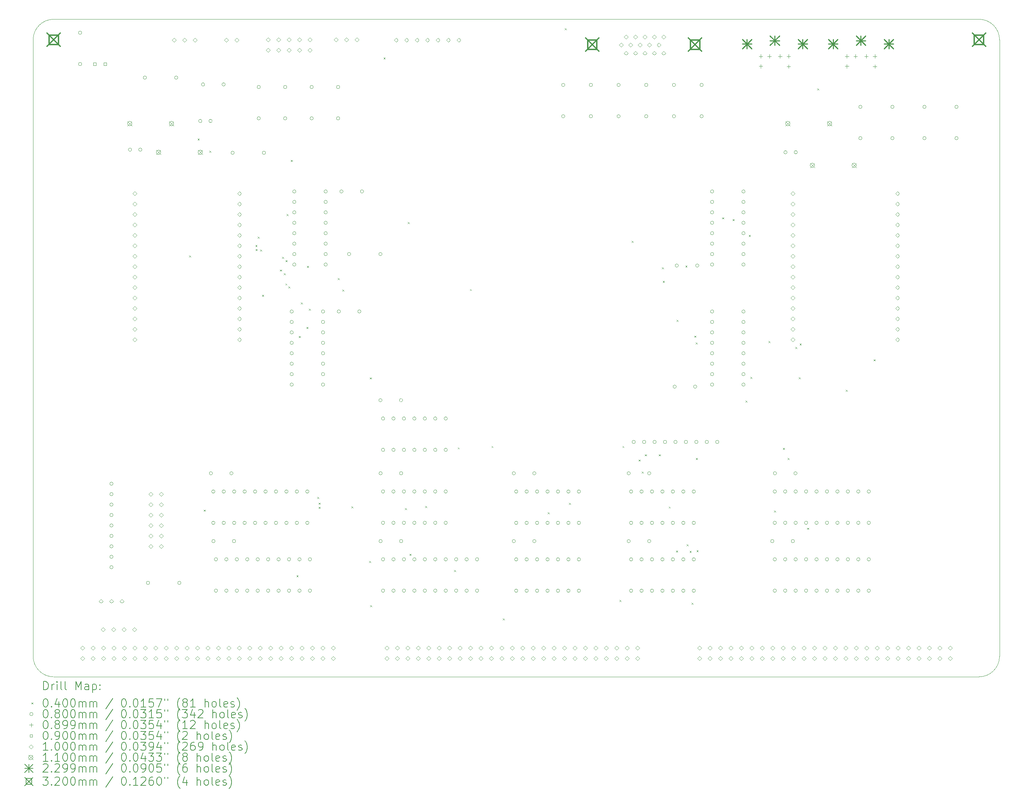
<source format=gbr>
%TF.GenerationSoftware,KiCad,Pcbnew,(6.0.11)*%
%TF.CreationDate,2023-08-28T11:54:34-05:00*%
%TF.ProjectId,input-output.DualESP32,696e7075-742d-46f7-9574-7075742e4475,V1.1*%
%TF.SameCoordinates,Original*%
%TF.FileFunction,Drillmap*%
%TF.FilePolarity,Positive*%
%FSLAX45Y45*%
G04 Gerber Fmt 4.5, Leading zero omitted, Abs format (unit mm)*
G04 Created by KiCad (PCBNEW (6.0.11)) date 2023-08-28 11:54:34*
%MOMM*%
%LPD*%
G01*
G04 APERTURE LIST*
%ADD10C,0.050000*%
%ADD11C,0.200000*%
%ADD12C,0.040000*%
%ADD13C,0.080000*%
%ADD14C,0.089916*%
%ADD15C,0.090000*%
%ADD16C,0.100000*%
%ADD17C,0.110000*%
%ADD18C,0.229870*%
%ADD19C,0.320000*%
G04 APERTURE END LIST*
D10*
X4000000Y-23000000D02*
X26500000Y-23000000D01*
X27000000Y-22500000D02*
X27000000Y-7500000D01*
X26500000Y-7000000D02*
X4000000Y-7000000D01*
X3500000Y-7500000D02*
X3500000Y-22500000D01*
X26500000Y-23000000D02*
G75*
G03*
X27000000Y-22500000I0J500000D01*
G01*
X3500000Y-22500000D02*
G75*
G03*
X4000000Y-23000000I500000J0D01*
G01*
X4000000Y-7000000D02*
G75*
G03*
X3500000Y-7500000I0J-500000D01*
G01*
X27000000Y-7500000D02*
G75*
G03*
X26500000Y-7000000I-500000J0D01*
G01*
D11*
D12*
X7291220Y-12744930D02*
X7331220Y-12784930D01*
X7331220Y-12744930D02*
X7291220Y-12784930D01*
X7499650Y-9900210D02*
X7539650Y-9940210D01*
X7539650Y-9900210D02*
X7499650Y-9940210D01*
X7650410Y-18932580D02*
X7690410Y-18972580D01*
X7690410Y-18932580D02*
X7650410Y-18972580D01*
X7786880Y-10198340D02*
X7826880Y-10238340D01*
X7826880Y-10198340D02*
X7786880Y-10238340D01*
X8905510Y-12491020D02*
X8945510Y-12531020D01*
X8945510Y-12491020D02*
X8905510Y-12531020D01*
X8907450Y-12591680D02*
X8947450Y-12631680D01*
X8947450Y-12591680D02*
X8907450Y-12631680D01*
X8958320Y-12290580D02*
X8998320Y-12330580D01*
X8998320Y-12290580D02*
X8958320Y-12330580D01*
X9018330Y-12605260D02*
X9058330Y-12645260D01*
X9058330Y-12605260D02*
X9018330Y-12645260D01*
X9066320Y-13705810D02*
X9106320Y-13745810D01*
X9106320Y-13705810D02*
X9066320Y-13745810D01*
X9502330Y-13091520D02*
X9542330Y-13131520D01*
X9542330Y-13091520D02*
X9502330Y-13131520D01*
X9555720Y-12781680D02*
X9595720Y-12821680D01*
X9595720Y-12781680D02*
X9555720Y-12821680D01*
X9596120Y-13181190D02*
X9636120Y-13221190D01*
X9636120Y-13181190D02*
X9596120Y-13221190D01*
X9635130Y-13429520D02*
X9675130Y-13469520D01*
X9675130Y-13429520D02*
X9635130Y-13469520D01*
X9639510Y-12862140D02*
X9679510Y-12902140D01*
X9679510Y-12862140D02*
X9639510Y-12902140D01*
X9666270Y-11738390D02*
X9706270Y-11778390D01*
X9706270Y-11738390D02*
X9666270Y-11778390D01*
X9706590Y-13499510D02*
X9746590Y-13539510D01*
X9746590Y-13499510D02*
X9706590Y-13539510D01*
X9768070Y-10423530D02*
X9808070Y-10463530D01*
X9808070Y-10423530D02*
X9768070Y-10463530D01*
X9905150Y-20526370D02*
X9945150Y-20566370D01*
X9945150Y-20526370D02*
X9905150Y-20566370D01*
X9957150Y-14708570D02*
X9997150Y-14748570D01*
X9997150Y-14708570D02*
X9957150Y-14748570D01*
X10012110Y-13887600D02*
X10052110Y-13927600D01*
X10052110Y-13887600D02*
X10012110Y-13927600D01*
X10148000Y-14487210D02*
X10188000Y-14527210D01*
X10188000Y-14487210D02*
X10148000Y-14527210D01*
X10158210Y-13003160D02*
X10198210Y-13043160D01*
X10198210Y-13003160D02*
X10158210Y-13043160D01*
X10206930Y-14044700D02*
X10246930Y-14084700D01*
X10246930Y-14044700D02*
X10206930Y-14084700D01*
X10406880Y-18621180D02*
X10446880Y-18661180D01*
X10446880Y-18621180D02*
X10406880Y-18661180D01*
X10443270Y-18864330D02*
X10483270Y-18904330D01*
X10483270Y-18864330D02*
X10443270Y-18904330D01*
X10445770Y-18763650D02*
X10485770Y-18803650D01*
X10485770Y-18763650D02*
X10445770Y-18803650D01*
X10910510Y-13299630D02*
X10950510Y-13339630D01*
X10950510Y-13299630D02*
X10910510Y-13339630D01*
X11019450Y-13578290D02*
X11059450Y-13618290D01*
X11059450Y-13578290D02*
X11019450Y-13618290D01*
X11237700Y-18850500D02*
X11277700Y-18890500D01*
X11277700Y-18850500D02*
X11237700Y-18890500D01*
X11670400Y-20181490D02*
X11710400Y-20221490D01*
X11710400Y-20181490D02*
X11670400Y-20221490D01*
X11689130Y-15714500D02*
X11729130Y-15754500D01*
X11729130Y-15714500D02*
X11689130Y-15754500D01*
X11698130Y-21253700D02*
X11738130Y-21293700D01*
X11738130Y-21253700D02*
X11698130Y-21293700D01*
X12022780Y-7928310D02*
X12062780Y-7968310D01*
X12062780Y-7928310D02*
X12022780Y-7968310D01*
X12543150Y-18893330D02*
X12583150Y-18933330D01*
X12583150Y-18893330D02*
X12543150Y-18933330D01*
X12608270Y-11932500D02*
X12648270Y-11972500D01*
X12648270Y-11932500D02*
X12608270Y-11972500D01*
X12650920Y-20006740D02*
X12690920Y-20046740D01*
X12690920Y-20006740D02*
X12650920Y-20046740D01*
X13032180Y-18841490D02*
X13072180Y-18881490D01*
X13072180Y-18841490D02*
X13032180Y-18881490D01*
X13736760Y-20400750D02*
X13776760Y-20440750D01*
X13776760Y-20400750D02*
X13736760Y-20440750D01*
X13824590Y-17416950D02*
X13864590Y-17456950D01*
X13864590Y-17416950D02*
X13824590Y-17456950D01*
X14121120Y-13564220D02*
X14161120Y-13604220D01*
X14161120Y-13564220D02*
X14121120Y-13604220D01*
X14647580Y-17382470D02*
X14687580Y-17422470D01*
X14687580Y-17382470D02*
X14647580Y-17422470D01*
X14920360Y-21579890D02*
X14960360Y-21619890D01*
X14960360Y-21579890D02*
X14920360Y-21619890D01*
X16015020Y-18995880D02*
X16055020Y-19035880D01*
X16055020Y-18995880D02*
X16015020Y-19035880D01*
X16426130Y-7218930D02*
X16466130Y-7258930D01*
X16466130Y-7218930D02*
X16426130Y-7258930D01*
X16530430Y-18769320D02*
X16570430Y-18809320D01*
X16570430Y-18769320D02*
X16530430Y-18809320D01*
X17759180Y-21131580D02*
X17799180Y-21171580D01*
X17799180Y-21131580D02*
X17759180Y-21171580D01*
X17830820Y-17382470D02*
X17870820Y-17422470D01*
X17870820Y-17382470D02*
X17830820Y-17422470D01*
X18051970Y-12394420D02*
X18091970Y-12434420D01*
X18091970Y-12394420D02*
X18051970Y-12434420D01*
X18221250Y-17712540D02*
X18261250Y-17752540D01*
X18261250Y-17712540D02*
X18221250Y-17752540D01*
X18298380Y-18002560D02*
X18338380Y-18042560D01*
X18338380Y-18002560D02*
X18298380Y-18042560D01*
X18373740Y-17587230D02*
X18413740Y-17627230D01*
X18413740Y-17587230D02*
X18373740Y-17627230D01*
X18713940Y-17585750D02*
X18753940Y-17625750D01*
X18753940Y-17585750D02*
X18713940Y-17625750D01*
X18792830Y-13034170D02*
X18832830Y-13074170D01*
X18832830Y-13034170D02*
X18792830Y-13074170D01*
X18812780Y-13363100D02*
X18852780Y-13403100D01*
X18852780Y-13363100D02*
X18812780Y-13403100D01*
X18956590Y-18856680D02*
X18996590Y-18896680D01*
X18996590Y-18856680D02*
X18956590Y-18896680D01*
X19132980Y-19930060D02*
X19172980Y-19970060D01*
X19172980Y-19930060D02*
X19132980Y-19970060D01*
X19145340Y-14315300D02*
X19185340Y-14355300D01*
X19185340Y-14315300D02*
X19145340Y-14355300D01*
X19362020Y-12995150D02*
X19402020Y-13035150D01*
X19402020Y-12995150D02*
X19362020Y-13035150D01*
X19391040Y-19774880D02*
X19431040Y-19814880D01*
X19431040Y-19774880D02*
X19391040Y-19814880D01*
X19463890Y-19933850D02*
X19503890Y-19973850D01*
X19503890Y-19933850D02*
X19463890Y-19973850D01*
X19511350Y-21194940D02*
X19551350Y-21234940D01*
X19551350Y-21194940D02*
X19511350Y-21234940D01*
X19576890Y-14698180D02*
X19616890Y-14738180D01*
X19616890Y-14698180D02*
X19576890Y-14738180D01*
X19612190Y-14863440D02*
X19652190Y-14903440D01*
X19652190Y-14863440D02*
X19612190Y-14903440D01*
X19615330Y-17676510D02*
X19655330Y-17716510D01*
X19655330Y-17676510D02*
X19615330Y-17716510D01*
X19632420Y-19919180D02*
X19672420Y-19959180D01*
X19672420Y-19919180D02*
X19632420Y-19959180D01*
X20255220Y-11821520D02*
X20295220Y-11861520D01*
X20295220Y-11821520D02*
X20255220Y-11861520D01*
X20506880Y-11862380D02*
X20546880Y-11902380D01*
X20546880Y-11862380D02*
X20506880Y-11902380D01*
X20825830Y-16280710D02*
X20865830Y-16320710D01*
X20865830Y-16280710D02*
X20825830Y-16320710D01*
X20903850Y-12245130D02*
X20943850Y-12285130D01*
X20943850Y-12245130D02*
X20903850Y-12285130D01*
X20940440Y-15704990D02*
X20980440Y-15744990D01*
X20980440Y-15704990D02*
X20940440Y-15744990D01*
X21384460Y-14829420D02*
X21424460Y-14869420D01*
X21424460Y-14829420D02*
X21384460Y-14869420D01*
X21517530Y-18956160D02*
X21557530Y-18996160D01*
X21557530Y-18956160D02*
X21517530Y-18996160D01*
X21732500Y-17429440D02*
X21772500Y-17469440D01*
X21772500Y-17429440D02*
X21732500Y-17469440D01*
X21847840Y-17672850D02*
X21887840Y-17712850D01*
X21887840Y-17672850D02*
X21847840Y-17712850D01*
X22032410Y-14971780D02*
X22072410Y-15011780D01*
X22072410Y-14971780D02*
X22032410Y-15011780D01*
X22116530Y-15712490D02*
X22156530Y-15752490D01*
X22156530Y-15712490D02*
X22116530Y-15752490D01*
X22140310Y-14886860D02*
X22180310Y-14926860D01*
X22180310Y-14886860D02*
X22140310Y-14926860D01*
X22319020Y-19372680D02*
X22359020Y-19412680D01*
X22359020Y-19372680D02*
X22319020Y-19412680D01*
X22563970Y-8682260D02*
X22603970Y-8722260D01*
X22603970Y-8682260D02*
X22563970Y-8722260D01*
X23259330Y-16016160D02*
X23299330Y-16056160D01*
X23299330Y-16016160D02*
X23259330Y-16056160D01*
X23938610Y-15274080D02*
X23978610Y-15314080D01*
X23978610Y-15274080D02*
X23938610Y-15314080D01*
D13*
X4683000Y-7328200D02*
G75*
G03*
X4683000Y-7328200I-40000J0D01*
G01*
X4683000Y-8090200D02*
G75*
G03*
X4683000Y-8090200I-40000J0D01*
G01*
X5445000Y-18301000D02*
G75*
G03*
X5445000Y-18301000I-40000J0D01*
G01*
X5445000Y-18555000D02*
G75*
G03*
X5445000Y-18555000I-40000J0D01*
G01*
X5445000Y-18809000D02*
G75*
G03*
X5445000Y-18809000I-40000J0D01*
G01*
X5445000Y-19063000D02*
G75*
G03*
X5445000Y-19063000I-40000J0D01*
G01*
X5445000Y-19317000D02*
G75*
G03*
X5445000Y-19317000I-40000J0D01*
G01*
X5445000Y-19571000D02*
G75*
G03*
X5445000Y-19571000I-40000J0D01*
G01*
X5445000Y-19825000D02*
G75*
G03*
X5445000Y-19825000I-40000J0D01*
G01*
X5445000Y-20079000D02*
G75*
G03*
X5445000Y-20079000I-40000J0D01*
G01*
X5445000Y-20333000D02*
G75*
G03*
X5445000Y-20333000I-40000J0D01*
G01*
X5895990Y-10173000D02*
G75*
G03*
X5895990Y-10173000I-40000J0D01*
G01*
X6145990Y-10173000D02*
G75*
G03*
X6145990Y-10173000I-40000J0D01*
G01*
X6257800Y-8420400D02*
G75*
G03*
X6257800Y-8420400I-40000J0D01*
G01*
X6334000Y-20714000D02*
G75*
G03*
X6334000Y-20714000I-40000J0D01*
G01*
X7019800Y-8420400D02*
G75*
G03*
X7019800Y-8420400I-40000J0D01*
G01*
X7096000Y-20714000D02*
G75*
G03*
X7096000Y-20714000I-40000J0D01*
G01*
X7604000Y-9474500D02*
G75*
G03*
X7604000Y-9474500I-40000J0D01*
G01*
X7671500Y-8585500D02*
G75*
G03*
X7671500Y-8585500I-40000J0D01*
G01*
X7854000Y-9474500D02*
G75*
G03*
X7854000Y-9474500I-40000J0D01*
G01*
X7862000Y-18047000D02*
G75*
G03*
X7862000Y-18047000I-40000J0D01*
G01*
X7922000Y-18490500D02*
G75*
G03*
X7922000Y-18490500I-40000J0D01*
G01*
X7922000Y-19252500D02*
G75*
G03*
X7922000Y-19252500I-40000J0D01*
G01*
X7925500Y-19698000D02*
G75*
G03*
X7925500Y-19698000I-40000J0D01*
G01*
X7985500Y-20141500D02*
G75*
G03*
X7985500Y-20141500I-40000J0D01*
G01*
X7985500Y-20903500D02*
G75*
G03*
X7985500Y-20903500I-40000J0D01*
G01*
X8171500Y-8585500D02*
G75*
G03*
X8171500Y-8585500I-40000J0D01*
G01*
X8176000Y-18490500D02*
G75*
G03*
X8176000Y-18490500I-40000J0D01*
G01*
X8176000Y-19252500D02*
G75*
G03*
X8176000Y-19252500I-40000J0D01*
G01*
X8239500Y-20141500D02*
G75*
G03*
X8239500Y-20141500I-40000J0D01*
G01*
X8239500Y-20903500D02*
G75*
G03*
X8239500Y-20903500I-40000J0D01*
G01*
X8362000Y-18047000D02*
G75*
G03*
X8362000Y-18047000I-40000J0D01*
G01*
X8391400Y-10249200D02*
G75*
G03*
X8391400Y-10249200I-40000J0D01*
G01*
X8425500Y-19698000D02*
G75*
G03*
X8425500Y-19698000I-40000J0D01*
G01*
X8430000Y-18490500D02*
G75*
G03*
X8430000Y-18490500I-40000J0D01*
G01*
X8430000Y-19252500D02*
G75*
G03*
X8430000Y-19252500I-40000J0D01*
G01*
X8493500Y-20141500D02*
G75*
G03*
X8493500Y-20141500I-40000J0D01*
G01*
X8493500Y-20903500D02*
G75*
G03*
X8493500Y-20903500I-40000J0D01*
G01*
X8684000Y-18490500D02*
G75*
G03*
X8684000Y-18490500I-40000J0D01*
G01*
X8684000Y-19252500D02*
G75*
G03*
X8684000Y-19252500I-40000J0D01*
G01*
X8747500Y-20141500D02*
G75*
G03*
X8747500Y-20141500I-40000J0D01*
G01*
X8747500Y-20903500D02*
G75*
G03*
X8747500Y-20903500I-40000J0D01*
G01*
X8938000Y-18490500D02*
G75*
G03*
X8938000Y-18490500I-40000J0D01*
G01*
X8938000Y-19252500D02*
G75*
G03*
X8938000Y-19252500I-40000J0D01*
G01*
X9001500Y-20141500D02*
G75*
G03*
X9001500Y-20141500I-40000J0D01*
G01*
X9001500Y-20903500D02*
G75*
G03*
X9001500Y-20903500I-40000J0D01*
G01*
X9026400Y-8649000D02*
G75*
G03*
X9026400Y-8649000I-40000J0D01*
G01*
X9026400Y-9411000D02*
G75*
G03*
X9026400Y-9411000I-40000J0D01*
G01*
X9153400Y-10249200D02*
G75*
G03*
X9153400Y-10249200I-40000J0D01*
G01*
X9192000Y-18490500D02*
G75*
G03*
X9192000Y-18490500I-40000J0D01*
G01*
X9192000Y-19252500D02*
G75*
G03*
X9192000Y-19252500I-40000J0D01*
G01*
X9255500Y-20141500D02*
G75*
G03*
X9255500Y-20141500I-40000J0D01*
G01*
X9255500Y-20903500D02*
G75*
G03*
X9255500Y-20903500I-40000J0D01*
G01*
X9446000Y-18490500D02*
G75*
G03*
X9446000Y-18490500I-40000J0D01*
G01*
X9446000Y-19252500D02*
G75*
G03*
X9446000Y-19252500I-40000J0D01*
G01*
X9509500Y-20141500D02*
G75*
G03*
X9509500Y-20141500I-40000J0D01*
G01*
X9509500Y-20903500D02*
G75*
G03*
X9509500Y-20903500I-40000J0D01*
G01*
X9669870Y-8649000D02*
G75*
G03*
X9669870Y-8649000I-40000J0D01*
G01*
X9669870Y-9411000D02*
G75*
G03*
X9669870Y-9411000I-40000J0D01*
G01*
X9700000Y-18490500D02*
G75*
G03*
X9700000Y-18490500I-40000J0D01*
G01*
X9700000Y-19252500D02*
G75*
G03*
X9700000Y-19252500I-40000J0D01*
G01*
X9763500Y-20141500D02*
G75*
G03*
X9763500Y-20141500I-40000J0D01*
G01*
X9763500Y-20903500D02*
G75*
G03*
X9763500Y-20903500I-40000J0D01*
G01*
X9827500Y-14111500D02*
G75*
G03*
X9827500Y-14111500I-40000J0D01*
G01*
X9827500Y-14365500D02*
G75*
G03*
X9827500Y-14365500I-40000J0D01*
G01*
X9827500Y-14619500D02*
G75*
G03*
X9827500Y-14619500I-40000J0D01*
G01*
X9827500Y-14873500D02*
G75*
G03*
X9827500Y-14873500I-40000J0D01*
G01*
X9827500Y-15127500D02*
G75*
G03*
X9827500Y-15127500I-40000J0D01*
G01*
X9827500Y-15381500D02*
G75*
G03*
X9827500Y-15381500I-40000J0D01*
G01*
X9827500Y-15635500D02*
G75*
G03*
X9827500Y-15635500I-40000J0D01*
G01*
X9827500Y-15889500D02*
G75*
G03*
X9827500Y-15889500I-40000J0D01*
G01*
X9891000Y-11190500D02*
G75*
G03*
X9891000Y-11190500I-40000J0D01*
G01*
X9891000Y-11444500D02*
G75*
G03*
X9891000Y-11444500I-40000J0D01*
G01*
X9891000Y-11698500D02*
G75*
G03*
X9891000Y-11698500I-40000J0D01*
G01*
X9891000Y-11952500D02*
G75*
G03*
X9891000Y-11952500I-40000J0D01*
G01*
X9891000Y-12206500D02*
G75*
G03*
X9891000Y-12206500I-40000J0D01*
G01*
X9891000Y-12460500D02*
G75*
G03*
X9891000Y-12460500I-40000J0D01*
G01*
X9891000Y-12714500D02*
G75*
G03*
X9891000Y-12714500I-40000J0D01*
G01*
X9891000Y-12968500D02*
G75*
G03*
X9891000Y-12968500I-40000J0D01*
G01*
X9954000Y-18490500D02*
G75*
G03*
X9954000Y-18490500I-40000J0D01*
G01*
X9954000Y-19252500D02*
G75*
G03*
X9954000Y-19252500I-40000J0D01*
G01*
X10017500Y-20141500D02*
G75*
G03*
X10017500Y-20141500I-40000J0D01*
G01*
X10017500Y-20903500D02*
G75*
G03*
X10017500Y-20903500I-40000J0D01*
G01*
X10208000Y-18490500D02*
G75*
G03*
X10208000Y-18490500I-40000J0D01*
G01*
X10208000Y-19252500D02*
G75*
G03*
X10208000Y-19252500I-40000J0D01*
G01*
X10271500Y-20141500D02*
G75*
G03*
X10271500Y-20141500I-40000J0D01*
G01*
X10271500Y-20903500D02*
G75*
G03*
X10271500Y-20903500I-40000J0D01*
G01*
X10313330Y-8649000D02*
G75*
G03*
X10313330Y-8649000I-40000J0D01*
G01*
X10313330Y-9411000D02*
G75*
G03*
X10313330Y-9411000I-40000J0D01*
G01*
X10589500Y-14111500D02*
G75*
G03*
X10589500Y-14111500I-40000J0D01*
G01*
X10589500Y-14365500D02*
G75*
G03*
X10589500Y-14365500I-40000J0D01*
G01*
X10589500Y-14619500D02*
G75*
G03*
X10589500Y-14619500I-40000J0D01*
G01*
X10589500Y-14873500D02*
G75*
G03*
X10589500Y-14873500I-40000J0D01*
G01*
X10589500Y-15127500D02*
G75*
G03*
X10589500Y-15127500I-40000J0D01*
G01*
X10589500Y-15381500D02*
G75*
G03*
X10589500Y-15381500I-40000J0D01*
G01*
X10589500Y-15635500D02*
G75*
G03*
X10589500Y-15635500I-40000J0D01*
G01*
X10589500Y-15889500D02*
G75*
G03*
X10589500Y-15889500I-40000J0D01*
G01*
X10653000Y-11190500D02*
G75*
G03*
X10653000Y-11190500I-40000J0D01*
G01*
X10653000Y-11444500D02*
G75*
G03*
X10653000Y-11444500I-40000J0D01*
G01*
X10653000Y-11698500D02*
G75*
G03*
X10653000Y-11698500I-40000J0D01*
G01*
X10653000Y-11952500D02*
G75*
G03*
X10653000Y-11952500I-40000J0D01*
G01*
X10653000Y-12206500D02*
G75*
G03*
X10653000Y-12206500I-40000J0D01*
G01*
X10653000Y-12460500D02*
G75*
G03*
X10653000Y-12460500I-40000J0D01*
G01*
X10653000Y-12714500D02*
G75*
G03*
X10653000Y-12714500I-40000J0D01*
G01*
X10653000Y-12968500D02*
G75*
G03*
X10653000Y-12968500I-40000J0D01*
G01*
X10956800Y-8649000D02*
G75*
G03*
X10956800Y-8649000I-40000J0D01*
G01*
X10956800Y-9411000D02*
G75*
G03*
X10956800Y-9411000I-40000J0D01*
G01*
X10973500Y-14110000D02*
G75*
G03*
X10973500Y-14110000I-40000J0D01*
G01*
X11037000Y-11189000D02*
G75*
G03*
X11037000Y-11189000I-40000J0D01*
G01*
X11223500Y-12713000D02*
G75*
G03*
X11223500Y-12713000I-40000J0D01*
G01*
X11473500Y-14110000D02*
G75*
G03*
X11473500Y-14110000I-40000J0D01*
G01*
X11537000Y-11189000D02*
G75*
G03*
X11537000Y-11189000I-40000J0D01*
G01*
X11985500Y-12713000D02*
G75*
G03*
X11985500Y-12713000I-40000J0D01*
G01*
X11985500Y-16269000D02*
G75*
G03*
X11985500Y-16269000I-40000J0D01*
G01*
X11989500Y-18047000D02*
G75*
G03*
X11989500Y-18047000I-40000J0D01*
G01*
X11989500Y-19698000D02*
G75*
G03*
X11989500Y-19698000I-40000J0D01*
G01*
X12048500Y-18490500D02*
G75*
G03*
X12048500Y-18490500I-40000J0D01*
G01*
X12048500Y-19252500D02*
G75*
G03*
X12048500Y-19252500I-40000J0D01*
G01*
X12049000Y-16713500D02*
G75*
G03*
X12049000Y-16713500I-40000J0D01*
G01*
X12049000Y-17475500D02*
G75*
G03*
X12049000Y-17475500I-40000J0D01*
G01*
X12049500Y-20141500D02*
G75*
G03*
X12049500Y-20141500I-40000J0D01*
G01*
X12049500Y-20903500D02*
G75*
G03*
X12049500Y-20903500I-40000J0D01*
G01*
X12302500Y-18490500D02*
G75*
G03*
X12302500Y-18490500I-40000J0D01*
G01*
X12302500Y-19252500D02*
G75*
G03*
X12302500Y-19252500I-40000J0D01*
G01*
X12303000Y-16713500D02*
G75*
G03*
X12303000Y-16713500I-40000J0D01*
G01*
X12303000Y-17475500D02*
G75*
G03*
X12303000Y-17475500I-40000J0D01*
G01*
X12303500Y-20141500D02*
G75*
G03*
X12303500Y-20141500I-40000J0D01*
G01*
X12303500Y-20903500D02*
G75*
G03*
X12303500Y-20903500I-40000J0D01*
G01*
X12485500Y-16269000D02*
G75*
G03*
X12485500Y-16269000I-40000J0D01*
G01*
X12489500Y-18047000D02*
G75*
G03*
X12489500Y-18047000I-40000J0D01*
G01*
X12489500Y-19698000D02*
G75*
G03*
X12489500Y-19698000I-40000J0D01*
G01*
X12556500Y-18490500D02*
G75*
G03*
X12556500Y-18490500I-40000J0D01*
G01*
X12556500Y-19252500D02*
G75*
G03*
X12556500Y-19252500I-40000J0D01*
G01*
X12557000Y-16713500D02*
G75*
G03*
X12557000Y-16713500I-40000J0D01*
G01*
X12557000Y-17475500D02*
G75*
G03*
X12557000Y-17475500I-40000J0D01*
G01*
X12557500Y-20141500D02*
G75*
G03*
X12557500Y-20141500I-40000J0D01*
G01*
X12557500Y-20903500D02*
G75*
G03*
X12557500Y-20903500I-40000J0D01*
G01*
X12810500Y-18490500D02*
G75*
G03*
X12810500Y-18490500I-40000J0D01*
G01*
X12810500Y-19252500D02*
G75*
G03*
X12810500Y-19252500I-40000J0D01*
G01*
X12811000Y-16713500D02*
G75*
G03*
X12811000Y-16713500I-40000J0D01*
G01*
X12811000Y-17475500D02*
G75*
G03*
X12811000Y-17475500I-40000J0D01*
G01*
X12811500Y-20141500D02*
G75*
G03*
X12811500Y-20141500I-40000J0D01*
G01*
X12811500Y-20903500D02*
G75*
G03*
X12811500Y-20903500I-40000J0D01*
G01*
X13064500Y-18490500D02*
G75*
G03*
X13064500Y-18490500I-40000J0D01*
G01*
X13064500Y-19252500D02*
G75*
G03*
X13064500Y-19252500I-40000J0D01*
G01*
X13065000Y-16713500D02*
G75*
G03*
X13065000Y-16713500I-40000J0D01*
G01*
X13065000Y-17475500D02*
G75*
G03*
X13065000Y-17475500I-40000J0D01*
G01*
X13065500Y-20141500D02*
G75*
G03*
X13065500Y-20141500I-40000J0D01*
G01*
X13065500Y-20903500D02*
G75*
G03*
X13065500Y-20903500I-40000J0D01*
G01*
X13318500Y-18490500D02*
G75*
G03*
X13318500Y-18490500I-40000J0D01*
G01*
X13318500Y-19252500D02*
G75*
G03*
X13318500Y-19252500I-40000J0D01*
G01*
X13319000Y-16713500D02*
G75*
G03*
X13319000Y-16713500I-40000J0D01*
G01*
X13319000Y-17475500D02*
G75*
G03*
X13319000Y-17475500I-40000J0D01*
G01*
X13319500Y-20141500D02*
G75*
G03*
X13319500Y-20141500I-40000J0D01*
G01*
X13319500Y-20903500D02*
G75*
G03*
X13319500Y-20903500I-40000J0D01*
G01*
X13572500Y-18490500D02*
G75*
G03*
X13572500Y-18490500I-40000J0D01*
G01*
X13572500Y-19252500D02*
G75*
G03*
X13572500Y-19252500I-40000J0D01*
G01*
X13573000Y-16713500D02*
G75*
G03*
X13573000Y-16713500I-40000J0D01*
G01*
X13573000Y-17475500D02*
G75*
G03*
X13573000Y-17475500I-40000J0D01*
G01*
X13573500Y-20141500D02*
G75*
G03*
X13573500Y-20141500I-40000J0D01*
G01*
X13573500Y-20903500D02*
G75*
G03*
X13573500Y-20903500I-40000J0D01*
G01*
X13827500Y-20141500D02*
G75*
G03*
X13827500Y-20141500I-40000J0D01*
G01*
X13827500Y-20903500D02*
G75*
G03*
X13827500Y-20903500I-40000J0D01*
G01*
X14081500Y-20141500D02*
G75*
G03*
X14081500Y-20141500I-40000J0D01*
G01*
X14081500Y-20903500D02*
G75*
G03*
X14081500Y-20903500I-40000J0D01*
G01*
X14335500Y-20141500D02*
G75*
G03*
X14335500Y-20141500I-40000J0D01*
G01*
X14335500Y-20903500D02*
G75*
G03*
X14335500Y-20903500I-40000J0D01*
G01*
X15228000Y-18047000D02*
G75*
G03*
X15228000Y-18047000I-40000J0D01*
G01*
X15228000Y-19698000D02*
G75*
G03*
X15228000Y-19698000I-40000J0D01*
G01*
X15287500Y-18491500D02*
G75*
G03*
X15287500Y-18491500I-40000J0D01*
G01*
X15287500Y-19253500D02*
G75*
G03*
X15287500Y-19253500I-40000J0D01*
G01*
X15287500Y-20142500D02*
G75*
G03*
X15287500Y-20142500I-40000J0D01*
G01*
X15287500Y-20904500D02*
G75*
G03*
X15287500Y-20904500I-40000J0D01*
G01*
X15541500Y-18491500D02*
G75*
G03*
X15541500Y-18491500I-40000J0D01*
G01*
X15541500Y-19253500D02*
G75*
G03*
X15541500Y-19253500I-40000J0D01*
G01*
X15541500Y-20142500D02*
G75*
G03*
X15541500Y-20142500I-40000J0D01*
G01*
X15541500Y-20904500D02*
G75*
G03*
X15541500Y-20904500I-40000J0D01*
G01*
X15728000Y-18047000D02*
G75*
G03*
X15728000Y-18047000I-40000J0D01*
G01*
X15728000Y-19698000D02*
G75*
G03*
X15728000Y-19698000I-40000J0D01*
G01*
X15795500Y-18491500D02*
G75*
G03*
X15795500Y-18491500I-40000J0D01*
G01*
X15795500Y-19253500D02*
G75*
G03*
X15795500Y-19253500I-40000J0D01*
G01*
X15795500Y-20142500D02*
G75*
G03*
X15795500Y-20142500I-40000J0D01*
G01*
X15795500Y-20904500D02*
G75*
G03*
X15795500Y-20904500I-40000J0D01*
G01*
X16049500Y-18491500D02*
G75*
G03*
X16049500Y-18491500I-40000J0D01*
G01*
X16049500Y-19253500D02*
G75*
G03*
X16049500Y-19253500I-40000J0D01*
G01*
X16049500Y-20142500D02*
G75*
G03*
X16049500Y-20142500I-40000J0D01*
G01*
X16049500Y-20904500D02*
G75*
G03*
X16049500Y-20904500I-40000J0D01*
G01*
X16303500Y-18491500D02*
G75*
G03*
X16303500Y-18491500I-40000J0D01*
G01*
X16303500Y-19253500D02*
G75*
G03*
X16303500Y-19253500I-40000J0D01*
G01*
X16303500Y-20142500D02*
G75*
G03*
X16303500Y-20142500I-40000J0D01*
G01*
X16303500Y-20904500D02*
G75*
G03*
X16303500Y-20904500I-40000J0D01*
G01*
X16430500Y-8598200D02*
G75*
G03*
X16430500Y-8598200I-40000J0D01*
G01*
X16430500Y-9360200D02*
G75*
G03*
X16430500Y-9360200I-40000J0D01*
G01*
X16557500Y-18491500D02*
G75*
G03*
X16557500Y-18491500I-40000J0D01*
G01*
X16557500Y-19253500D02*
G75*
G03*
X16557500Y-19253500I-40000J0D01*
G01*
X16557500Y-20142500D02*
G75*
G03*
X16557500Y-20142500I-40000J0D01*
G01*
X16557500Y-20904500D02*
G75*
G03*
X16557500Y-20904500I-40000J0D01*
G01*
X16811500Y-18491500D02*
G75*
G03*
X16811500Y-18491500I-40000J0D01*
G01*
X16811500Y-19253500D02*
G75*
G03*
X16811500Y-19253500I-40000J0D01*
G01*
X16811500Y-20142500D02*
G75*
G03*
X16811500Y-20142500I-40000J0D01*
G01*
X16811500Y-20904500D02*
G75*
G03*
X16811500Y-20904500I-40000J0D01*
G01*
X17103600Y-8598200D02*
G75*
G03*
X17103600Y-8598200I-40000J0D01*
G01*
X17103600Y-9360200D02*
G75*
G03*
X17103600Y-9360200I-40000J0D01*
G01*
X17776700Y-8598200D02*
G75*
G03*
X17776700Y-8598200I-40000J0D01*
G01*
X17776700Y-9360200D02*
G75*
G03*
X17776700Y-9360200I-40000J0D01*
G01*
X18022000Y-18047000D02*
G75*
G03*
X18022000Y-18047000I-40000J0D01*
G01*
X18022000Y-19698000D02*
G75*
G03*
X18022000Y-19698000I-40000J0D01*
G01*
X18081500Y-18491500D02*
G75*
G03*
X18081500Y-18491500I-40000J0D01*
G01*
X18081500Y-19253500D02*
G75*
G03*
X18081500Y-19253500I-40000J0D01*
G01*
X18081500Y-20142500D02*
G75*
G03*
X18081500Y-20142500I-40000J0D01*
G01*
X18081500Y-20904500D02*
G75*
G03*
X18081500Y-20904500I-40000J0D01*
G01*
X18144500Y-17285000D02*
G75*
G03*
X18144500Y-17285000I-40000J0D01*
G01*
X18335500Y-18491500D02*
G75*
G03*
X18335500Y-18491500I-40000J0D01*
G01*
X18335500Y-19253500D02*
G75*
G03*
X18335500Y-19253500I-40000J0D01*
G01*
X18335500Y-20142500D02*
G75*
G03*
X18335500Y-20142500I-40000J0D01*
G01*
X18335500Y-20904500D02*
G75*
G03*
X18335500Y-20904500I-40000J0D01*
G01*
X18398500Y-17285000D02*
G75*
G03*
X18398500Y-17285000I-40000J0D01*
G01*
X18449800Y-8598200D02*
G75*
G03*
X18449800Y-8598200I-40000J0D01*
G01*
X18449800Y-9360200D02*
G75*
G03*
X18449800Y-9360200I-40000J0D01*
G01*
X18522000Y-18047000D02*
G75*
G03*
X18522000Y-18047000I-40000J0D01*
G01*
X18522000Y-19698000D02*
G75*
G03*
X18522000Y-19698000I-40000J0D01*
G01*
X18589500Y-18491500D02*
G75*
G03*
X18589500Y-18491500I-40000J0D01*
G01*
X18589500Y-19253500D02*
G75*
G03*
X18589500Y-19253500I-40000J0D01*
G01*
X18589500Y-20142500D02*
G75*
G03*
X18589500Y-20142500I-40000J0D01*
G01*
X18589500Y-20904500D02*
G75*
G03*
X18589500Y-20904500I-40000J0D01*
G01*
X18652500Y-17285000D02*
G75*
G03*
X18652500Y-17285000I-40000J0D01*
G01*
X18843500Y-18491500D02*
G75*
G03*
X18843500Y-18491500I-40000J0D01*
G01*
X18843500Y-19253500D02*
G75*
G03*
X18843500Y-19253500I-40000J0D01*
G01*
X18843500Y-20142500D02*
G75*
G03*
X18843500Y-20142500I-40000J0D01*
G01*
X18843500Y-20904500D02*
G75*
G03*
X18843500Y-20904500I-40000J0D01*
G01*
X18906500Y-17285000D02*
G75*
G03*
X18906500Y-17285000I-40000J0D01*
G01*
X19097500Y-18491500D02*
G75*
G03*
X19097500Y-18491500I-40000J0D01*
G01*
X19097500Y-19253500D02*
G75*
G03*
X19097500Y-19253500I-40000J0D01*
G01*
X19097500Y-20142500D02*
G75*
G03*
X19097500Y-20142500I-40000J0D01*
G01*
X19097500Y-20904500D02*
G75*
G03*
X19097500Y-20904500I-40000J0D01*
G01*
X19122900Y-8598200D02*
G75*
G03*
X19122900Y-8598200I-40000J0D01*
G01*
X19122900Y-9360200D02*
G75*
G03*
X19122900Y-9360200I-40000J0D01*
G01*
X19139600Y-15938800D02*
G75*
G03*
X19139600Y-15938800I-40000J0D01*
G01*
X19160500Y-17285000D02*
G75*
G03*
X19160500Y-17285000I-40000J0D01*
G01*
X19190400Y-12992400D02*
G75*
G03*
X19190400Y-12992400I-40000J0D01*
G01*
X19351500Y-18491500D02*
G75*
G03*
X19351500Y-18491500I-40000J0D01*
G01*
X19351500Y-19253500D02*
G75*
G03*
X19351500Y-19253500I-40000J0D01*
G01*
X19351500Y-20142500D02*
G75*
G03*
X19351500Y-20142500I-40000J0D01*
G01*
X19351500Y-20904500D02*
G75*
G03*
X19351500Y-20904500I-40000J0D01*
G01*
X19414500Y-17285000D02*
G75*
G03*
X19414500Y-17285000I-40000J0D01*
G01*
X19605500Y-18491500D02*
G75*
G03*
X19605500Y-18491500I-40000J0D01*
G01*
X19605500Y-19253500D02*
G75*
G03*
X19605500Y-19253500I-40000J0D01*
G01*
X19605500Y-20142500D02*
G75*
G03*
X19605500Y-20142500I-40000J0D01*
G01*
X19605500Y-20904500D02*
G75*
G03*
X19605500Y-20904500I-40000J0D01*
G01*
X19639600Y-15938800D02*
G75*
G03*
X19639600Y-15938800I-40000J0D01*
G01*
X19668500Y-17285000D02*
G75*
G03*
X19668500Y-17285000I-40000J0D01*
G01*
X19690400Y-12992400D02*
G75*
G03*
X19690400Y-12992400I-40000J0D01*
G01*
X19796000Y-8598200D02*
G75*
G03*
X19796000Y-8598200I-40000J0D01*
G01*
X19796000Y-9360200D02*
G75*
G03*
X19796000Y-9360200I-40000J0D01*
G01*
X19922500Y-17285000D02*
G75*
G03*
X19922500Y-17285000I-40000J0D01*
G01*
X20051000Y-11190500D02*
G75*
G03*
X20051000Y-11190500I-40000J0D01*
G01*
X20051000Y-11444500D02*
G75*
G03*
X20051000Y-11444500I-40000J0D01*
G01*
X20051000Y-11698500D02*
G75*
G03*
X20051000Y-11698500I-40000J0D01*
G01*
X20051000Y-11952500D02*
G75*
G03*
X20051000Y-11952500I-40000J0D01*
G01*
X20051000Y-12206500D02*
G75*
G03*
X20051000Y-12206500I-40000J0D01*
G01*
X20051000Y-12460500D02*
G75*
G03*
X20051000Y-12460500I-40000J0D01*
G01*
X20051000Y-12714500D02*
G75*
G03*
X20051000Y-12714500I-40000J0D01*
G01*
X20051000Y-12968500D02*
G75*
G03*
X20051000Y-12968500I-40000J0D01*
G01*
X20051000Y-14111500D02*
G75*
G03*
X20051000Y-14111500I-40000J0D01*
G01*
X20051000Y-14365500D02*
G75*
G03*
X20051000Y-14365500I-40000J0D01*
G01*
X20051000Y-14619500D02*
G75*
G03*
X20051000Y-14619500I-40000J0D01*
G01*
X20051000Y-14873500D02*
G75*
G03*
X20051000Y-14873500I-40000J0D01*
G01*
X20051000Y-15127500D02*
G75*
G03*
X20051000Y-15127500I-40000J0D01*
G01*
X20051000Y-15381500D02*
G75*
G03*
X20051000Y-15381500I-40000J0D01*
G01*
X20051000Y-15635500D02*
G75*
G03*
X20051000Y-15635500I-40000J0D01*
G01*
X20051000Y-15889500D02*
G75*
G03*
X20051000Y-15889500I-40000J0D01*
G01*
X20176500Y-17285000D02*
G75*
G03*
X20176500Y-17285000I-40000J0D01*
G01*
X20813000Y-11190500D02*
G75*
G03*
X20813000Y-11190500I-40000J0D01*
G01*
X20813000Y-11444500D02*
G75*
G03*
X20813000Y-11444500I-40000J0D01*
G01*
X20813000Y-11698500D02*
G75*
G03*
X20813000Y-11698500I-40000J0D01*
G01*
X20813000Y-11952500D02*
G75*
G03*
X20813000Y-11952500I-40000J0D01*
G01*
X20813000Y-12206500D02*
G75*
G03*
X20813000Y-12206500I-40000J0D01*
G01*
X20813000Y-12460500D02*
G75*
G03*
X20813000Y-12460500I-40000J0D01*
G01*
X20813000Y-12714500D02*
G75*
G03*
X20813000Y-12714500I-40000J0D01*
G01*
X20813000Y-12968500D02*
G75*
G03*
X20813000Y-12968500I-40000J0D01*
G01*
X20813000Y-14111500D02*
G75*
G03*
X20813000Y-14111500I-40000J0D01*
G01*
X20813000Y-14365500D02*
G75*
G03*
X20813000Y-14365500I-40000J0D01*
G01*
X20813000Y-14619500D02*
G75*
G03*
X20813000Y-14619500I-40000J0D01*
G01*
X20813000Y-14873500D02*
G75*
G03*
X20813000Y-14873500I-40000J0D01*
G01*
X20813000Y-15127500D02*
G75*
G03*
X20813000Y-15127500I-40000J0D01*
G01*
X20813000Y-15381500D02*
G75*
G03*
X20813000Y-15381500I-40000J0D01*
G01*
X20813000Y-15635500D02*
G75*
G03*
X20813000Y-15635500I-40000J0D01*
G01*
X20813000Y-15889500D02*
G75*
G03*
X20813000Y-15889500I-40000J0D01*
G01*
X21514500Y-19698000D02*
G75*
G03*
X21514500Y-19698000I-40000J0D01*
G01*
X21574500Y-18490500D02*
G75*
G03*
X21574500Y-18490500I-40000J0D01*
G01*
X21574500Y-19252500D02*
G75*
G03*
X21574500Y-19252500I-40000J0D01*
G01*
X21574500Y-20141500D02*
G75*
G03*
X21574500Y-20141500I-40000J0D01*
G01*
X21574500Y-20903500D02*
G75*
G03*
X21574500Y-20903500I-40000J0D01*
G01*
X21578000Y-18047000D02*
G75*
G03*
X21578000Y-18047000I-40000J0D01*
G01*
X21828500Y-18490500D02*
G75*
G03*
X21828500Y-18490500I-40000J0D01*
G01*
X21828500Y-19252500D02*
G75*
G03*
X21828500Y-19252500I-40000J0D01*
G01*
X21828500Y-20141500D02*
G75*
G03*
X21828500Y-20141500I-40000J0D01*
G01*
X21828500Y-20903500D02*
G75*
G03*
X21828500Y-20903500I-40000J0D01*
G01*
X21834490Y-10236500D02*
G75*
G03*
X21834490Y-10236500I-40000J0D01*
G01*
X22014500Y-19698000D02*
G75*
G03*
X22014500Y-19698000I-40000J0D01*
G01*
X22078000Y-18047000D02*
G75*
G03*
X22078000Y-18047000I-40000J0D01*
G01*
X22082500Y-18490500D02*
G75*
G03*
X22082500Y-18490500I-40000J0D01*
G01*
X22082500Y-19252500D02*
G75*
G03*
X22082500Y-19252500I-40000J0D01*
G01*
X22082500Y-20141500D02*
G75*
G03*
X22082500Y-20141500I-40000J0D01*
G01*
X22082500Y-20903500D02*
G75*
G03*
X22082500Y-20903500I-40000J0D01*
G01*
X22084490Y-10236500D02*
G75*
G03*
X22084490Y-10236500I-40000J0D01*
G01*
X22336500Y-18490500D02*
G75*
G03*
X22336500Y-18490500I-40000J0D01*
G01*
X22336500Y-19252500D02*
G75*
G03*
X22336500Y-19252500I-40000J0D01*
G01*
X22336500Y-20141500D02*
G75*
G03*
X22336500Y-20141500I-40000J0D01*
G01*
X22336500Y-20903500D02*
G75*
G03*
X22336500Y-20903500I-40000J0D01*
G01*
X22590500Y-18490500D02*
G75*
G03*
X22590500Y-18490500I-40000J0D01*
G01*
X22590500Y-19252500D02*
G75*
G03*
X22590500Y-19252500I-40000J0D01*
G01*
X22590500Y-20141500D02*
G75*
G03*
X22590500Y-20141500I-40000J0D01*
G01*
X22590500Y-20903500D02*
G75*
G03*
X22590500Y-20903500I-40000J0D01*
G01*
X22844500Y-18490500D02*
G75*
G03*
X22844500Y-18490500I-40000J0D01*
G01*
X22844500Y-19252500D02*
G75*
G03*
X22844500Y-19252500I-40000J0D01*
G01*
X22844500Y-20141500D02*
G75*
G03*
X22844500Y-20141500I-40000J0D01*
G01*
X22844500Y-20903500D02*
G75*
G03*
X22844500Y-20903500I-40000J0D01*
G01*
X23098500Y-18490500D02*
G75*
G03*
X23098500Y-18490500I-40000J0D01*
G01*
X23098500Y-19252500D02*
G75*
G03*
X23098500Y-19252500I-40000J0D01*
G01*
X23098500Y-20141500D02*
G75*
G03*
X23098500Y-20141500I-40000J0D01*
G01*
X23098500Y-20903500D02*
G75*
G03*
X23098500Y-20903500I-40000J0D01*
G01*
X23352500Y-18490500D02*
G75*
G03*
X23352500Y-18490500I-40000J0D01*
G01*
X23352500Y-19252500D02*
G75*
G03*
X23352500Y-19252500I-40000J0D01*
G01*
X23352500Y-20141500D02*
G75*
G03*
X23352500Y-20141500I-40000J0D01*
G01*
X23352500Y-20903500D02*
G75*
G03*
X23352500Y-20903500I-40000J0D01*
G01*
X23606500Y-18490500D02*
G75*
G03*
X23606500Y-18490500I-40000J0D01*
G01*
X23606500Y-19252500D02*
G75*
G03*
X23606500Y-19252500I-40000J0D01*
G01*
X23606500Y-20141500D02*
G75*
G03*
X23606500Y-20141500I-40000J0D01*
G01*
X23606500Y-20903500D02*
G75*
G03*
X23606500Y-20903500I-40000J0D01*
G01*
X23656800Y-9131600D02*
G75*
G03*
X23656800Y-9131600I-40000J0D01*
G01*
X23656800Y-9893600D02*
G75*
G03*
X23656800Y-9893600I-40000J0D01*
G01*
X23860500Y-18490500D02*
G75*
G03*
X23860500Y-18490500I-40000J0D01*
G01*
X23860500Y-19252500D02*
G75*
G03*
X23860500Y-19252500I-40000J0D01*
G01*
X23860500Y-20141500D02*
G75*
G03*
X23860500Y-20141500I-40000J0D01*
G01*
X23860500Y-20903500D02*
G75*
G03*
X23860500Y-20903500I-40000J0D01*
G01*
X24435730Y-9131600D02*
G75*
G03*
X24435730Y-9131600I-40000J0D01*
G01*
X24435730Y-9893600D02*
G75*
G03*
X24435730Y-9893600I-40000J0D01*
G01*
X25214670Y-9131600D02*
G75*
G03*
X25214670Y-9131600I-40000J0D01*
G01*
X25214670Y-9893600D02*
G75*
G03*
X25214670Y-9893600I-40000J0D01*
G01*
X25993600Y-9131600D02*
G75*
G03*
X25993600Y-9131600I-40000J0D01*
G01*
X25993600Y-9893600D02*
G75*
G03*
X25993600Y-9893600I-40000J0D01*
G01*
D14*
X21192878Y-7854690D02*
X21192878Y-7944606D01*
X21147920Y-7899648D02*
X21237836Y-7899648D01*
X21192878Y-8099546D02*
X21192878Y-8189462D01*
X21147920Y-8144504D02*
X21237836Y-8144504D01*
X21402936Y-7854690D02*
X21402936Y-7944606D01*
X21357978Y-7899648D02*
X21447894Y-7899648D01*
X21662524Y-7854690D02*
X21662524Y-7944606D01*
X21617566Y-7899648D02*
X21707482Y-7899648D01*
X21872582Y-7854690D02*
X21872582Y-7944606D01*
X21827624Y-7899648D02*
X21917540Y-7899648D01*
X21872582Y-8104626D02*
X21872582Y-8194542D01*
X21827624Y-8149584D02*
X21917540Y-8149584D01*
X23288378Y-7854690D02*
X23288378Y-7944606D01*
X23243420Y-7899648D02*
X23333336Y-7899648D01*
X23288378Y-8099546D02*
X23288378Y-8189462D01*
X23243420Y-8144504D02*
X23333336Y-8144504D01*
X23498436Y-7854690D02*
X23498436Y-7944606D01*
X23453478Y-7899648D02*
X23543394Y-7899648D01*
X23758024Y-7854690D02*
X23758024Y-7944606D01*
X23713066Y-7899648D02*
X23802982Y-7899648D01*
X23968082Y-7854690D02*
X23968082Y-7944606D01*
X23923124Y-7899648D02*
X24013040Y-7899648D01*
X23968082Y-8104626D02*
X23968082Y-8194542D01*
X23923124Y-8149584D02*
X24013040Y-8149584D01*
D15*
X5030420Y-8122020D02*
X5030420Y-8058380D01*
X4966780Y-8058380D01*
X4966780Y-8122020D01*
X5030420Y-8122020D01*
X5284420Y-8122020D02*
X5284420Y-8058380D01*
X5220780Y-8058380D01*
X5220780Y-8122020D01*
X5284420Y-8122020D01*
D16*
X4704000Y-22350000D02*
X4754000Y-22300000D01*
X4704000Y-22250000D01*
X4654000Y-22300000D01*
X4704000Y-22350000D01*
X4704000Y-22604000D02*
X4754000Y-22554000D01*
X4704000Y-22504000D01*
X4654000Y-22554000D01*
X4704000Y-22604000D01*
X4958000Y-22350000D02*
X5008000Y-22300000D01*
X4958000Y-22250000D01*
X4908000Y-22300000D01*
X4958000Y-22350000D01*
X4958000Y-22604000D02*
X5008000Y-22554000D01*
X4958000Y-22504000D01*
X4908000Y-22554000D01*
X4958000Y-22604000D01*
X5152500Y-21208500D02*
X5202500Y-21158500D01*
X5152500Y-21108500D01*
X5102500Y-21158500D01*
X5152500Y-21208500D01*
X5200000Y-21900000D02*
X5250000Y-21850000D01*
X5200000Y-21800000D01*
X5150000Y-21850000D01*
X5200000Y-21900000D01*
X5212000Y-22350000D02*
X5262000Y-22300000D01*
X5212000Y-22250000D01*
X5162000Y-22300000D01*
X5212000Y-22350000D01*
X5212000Y-22604000D02*
X5262000Y-22554000D01*
X5212000Y-22504000D01*
X5162000Y-22554000D01*
X5212000Y-22604000D01*
X5406500Y-21208500D02*
X5456500Y-21158500D01*
X5406500Y-21108500D01*
X5356500Y-21158500D01*
X5406500Y-21208500D01*
X5454000Y-21900000D02*
X5504000Y-21850000D01*
X5454000Y-21800000D01*
X5404000Y-21850000D01*
X5454000Y-21900000D01*
X5466000Y-22350000D02*
X5516000Y-22300000D01*
X5466000Y-22250000D01*
X5416000Y-22300000D01*
X5466000Y-22350000D01*
X5466000Y-22604000D02*
X5516000Y-22554000D01*
X5466000Y-22504000D01*
X5416000Y-22554000D01*
X5466000Y-22604000D01*
X5660500Y-21208500D02*
X5710500Y-21158500D01*
X5660500Y-21108500D01*
X5610500Y-21158500D01*
X5660500Y-21208500D01*
X5708000Y-21900000D02*
X5758000Y-21850000D01*
X5708000Y-21800000D01*
X5658000Y-21850000D01*
X5708000Y-21900000D01*
X5720000Y-22350000D02*
X5770000Y-22300000D01*
X5720000Y-22250000D01*
X5670000Y-22300000D01*
X5720000Y-22350000D01*
X5720000Y-22604000D02*
X5770000Y-22554000D01*
X5720000Y-22504000D01*
X5670000Y-22554000D01*
X5720000Y-22604000D01*
X5962000Y-21900000D02*
X6012000Y-21850000D01*
X5962000Y-21800000D01*
X5912000Y-21850000D01*
X5962000Y-21900000D01*
X5972000Y-11291000D02*
X6022000Y-11241000D01*
X5972000Y-11191000D01*
X5922000Y-11241000D01*
X5972000Y-11291000D01*
X5972000Y-11545000D02*
X6022000Y-11495000D01*
X5972000Y-11445000D01*
X5922000Y-11495000D01*
X5972000Y-11545000D01*
X5972000Y-11799000D02*
X6022000Y-11749000D01*
X5972000Y-11699000D01*
X5922000Y-11749000D01*
X5972000Y-11799000D01*
X5972000Y-12053000D02*
X6022000Y-12003000D01*
X5972000Y-11953000D01*
X5922000Y-12003000D01*
X5972000Y-12053000D01*
X5972000Y-12307000D02*
X6022000Y-12257000D01*
X5972000Y-12207000D01*
X5922000Y-12257000D01*
X5972000Y-12307000D01*
X5972000Y-12561000D02*
X6022000Y-12511000D01*
X5972000Y-12461000D01*
X5922000Y-12511000D01*
X5972000Y-12561000D01*
X5972000Y-12815000D02*
X6022000Y-12765000D01*
X5972000Y-12715000D01*
X5922000Y-12765000D01*
X5972000Y-12815000D01*
X5972000Y-13069000D02*
X6022000Y-13019000D01*
X5972000Y-12969000D01*
X5922000Y-13019000D01*
X5972000Y-13069000D01*
X5972000Y-13323000D02*
X6022000Y-13273000D01*
X5972000Y-13223000D01*
X5922000Y-13273000D01*
X5972000Y-13323000D01*
X5972000Y-13577000D02*
X6022000Y-13527000D01*
X5972000Y-13477000D01*
X5922000Y-13527000D01*
X5972000Y-13577000D01*
X5972000Y-13831000D02*
X6022000Y-13781000D01*
X5972000Y-13731000D01*
X5922000Y-13781000D01*
X5972000Y-13831000D01*
X5972000Y-14085000D02*
X6022000Y-14035000D01*
X5972000Y-13985000D01*
X5922000Y-14035000D01*
X5972000Y-14085000D01*
X5972000Y-14339000D02*
X6022000Y-14289000D01*
X5972000Y-14239000D01*
X5922000Y-14289000D01*
X5972000Y-14339000D01*
X5972000Y-14593000D02*
X6022000Y-14543000D01*
X5972000Y-14493000D01*
X5922000Y-14543000D01*
X5972000Y-14593000D01*
X5972000Y-14847000D02*
X6022000Y-14797000D01*
X5972000Y-14747000D01*
X5922000Y-14797000D01*
X5972000Y-14847000D01*
X5974000Y-22350000D02*
X6024000Y-22300000D01*
X5974000Y-22250000D01*
X5924000Y-22300000D01*
X5974000Y-22350000D01*
X5974000Y-22604000D02*
X6024000Y-22554000D01*
X5974000Y-22504000D01*
X5924000Y-22554000D01*
X5974000Y-22604000D01*
X6228000Y-22350000D02*
X6278000Y-22300000D01*
X6228000Y-22250000D01*
X6178000Y-22300000D01*
X6228000Y-22350000D01*
X6228000Y-22604000D02*
X6278000Y-22554000D01*
X6228000Y-22504000D01*
X6178000Y-22554000D01*
X6228000Y-22604000D01*
X6358000Y-18605000D02*
X6408000Y-18555000D01*
X6358000Y-18505000D01*
X6308000Y-18555000D01*
X6358000Y-18605000D01*
X6358000Y-18859000D02*
X6408000Y-18809000D01*
X6358000Y-18759000D01*
X6308000Y-18809000D01*
X6358000Y-18859000D01*
X6358000Y-19113000D02*
X6408000Y-19063000D01*
X6358000Y-19013000D01*
X6308000Y-19063000D01*
X6358000Y-19113000D01*
X6358000Y-19367000D02*
X6408000Y-19317000D01*
X6358000Y-19267000D01*
X6308000Y-19317000D01*
X6358000Y-19367000D01*
X6358000Y-19621000D02*
X6408000Y-19571000D01*
X6358000Y-19521000D01*
X6308000Y-19571000D01*
X6358000Y-19621000D01*
X6358000Y-19875000D02*
X6408000Y-19825000D01*
X6358000Y-19775000D01*
X6308000Y-19825000D01*
X6358000Y-19875000D01*
X6482000Y-22350000D02*
X6532000Y-22300000D01*
X6482000Y-22250000D01*
X6432000Y-22300000D01*
X6482000Y-22350000D01*
X6482000Y-22604000D02*
X6532000Y-22554000D01*
X6482000Y-22504000D01*
X6432000Y-22554000D01*
X6482000Y-22604000D01*
X6612000Y-18605000D02*
X6662000Y-18555000D01*
X6612000Y-18505000D01*
X6562000Y-18555000D01*
X6612000Y-18605000D01*
X6612000Y-18859000D02*
X6662000Y-18809000D01*
X6612000Y-18759000D01*
X6562000Y-18809000D01*
X6612000Y-18859000D01*
X6612000Y-19113000D02*
X6662000Y-19063000D01*
X6612000Y-19013000D01*
X6562000Y-19063000D01*
X6612000Y-19113000D01*
X6612000Y-19367000D02*
X6662000Y-19317000D01*
X6612000Y-19267000D01*
X6562000Y-19317000D01*
X6612000Y-19367000D01*
X6612000Y-19621000D02*
X6662000Y-19571000D01*
X6612000Y-19521000D01*
X6562000Y-19571000D01*
X6612000Y-19621000D01*
X6612000Y-19875000D02*
X6662000Y-19825000D01*
X6612000Y-19775000D01*
X6562000Y-19825000D01*
X6612000Y-19875000D01*
X6736000Y-22350000D02*
X6786000Y-22300000D01*
X6736000Y-22250000D01*
X6686000Y-22300000D01*
X6736000Y-22350000D01*
X6736000Y-22604000D02*
X6786000Y-22554000D01*
X6736000Y-22504000D01*
X6686000Y-22554000D01*
X6736000Y-22604000D01*
X6930500Y-7556000D02*
X6980500Y-7506000D01*
X6930500Y-7456000D01*
X6880500Y-7506000D01*
X6930500Y-7556000D01*
X6990000Y-22350000D02*
X7040000Y-22300000D01*
X6990000Y-22250000D01*
X6940000Y-22300000D01*
X6990000Y-22350000D01*
X6990000Y-22604000D02*
X7040000Y-22554000D01*
X6990000Y-22504000D01*
X6940000Y-22554000D01*
X6990000Y-22604000D01*
X7184500Y-7556000D02*
X7234500Y-7506000D01*
X7184500Y-7456000D01*
X7134500Y-7506000D01*
X7184500Y-7556000D01*
X7244000Y-22350000D02*
X7294000Y-22300000D01*
X7244000Y-22250000D01*
X7194000Y-22300000D01*
X7244000Y-22350000D01*
X7244000Y-22604000D02*
X7294000Y-22554000D01*
X7244000Y-22504000D01*
X7194000Y-22554000D01*
X7244000Y-22604000D01*
X7438500Y-7556000D02*
X7488500Y-7506000D01*
X7438500Y-7456000D01*
X7388500Y-7506000D01*
X7438500Y-7556000D01*
X7498000Y-22350000D02*
X7548000Y-22300000D01*
X7498000Y-22250000D01*
X7448000Y-22300000D01*
X7498000Y-22350000D01*
X7498000Y-22604000D02*
X7548000Y-22554000D01*
X7498000Y-22504000D01*
X7448000Y-22554000D01*
X7498000Y-22604000D01*
X7752000Y-22350000D02*
X7802000Y-22300000D01*
X7752000Y-22250000D01*
X7702000Y-22300000D01*
X7752000Y-22350000D01*
X7752000Y-22604000D02*
X7802000Y-22554000D01*
X7752000Y-22504000D01*
X7702000Y-22554000D01*
X7752000Y-22604000D01*
X8006000Y-22350000D02*
X8056000Y-22300000D01*
X8006000Y-22250000D01*
X7956000Y-22300000D01*
X8006000Y-22350000D01*
X8006000Y-22604000D02*
X8056000Y-22554000D01*
X8006000Y-22504000D01*
X7956000Y-22554000D01*
X8006000Y-22604000D01*
X8199000Y-7556000D02*
X8249000Y-7506000D01*
X8199000Y-7456000D01*
X8149000Y-7506000D01*
X8199000Y-7556000D01*
X8260000Y-22350000D02*
X8310000Y-22300000D01*
X8260000Y-22250000D01*
X8210000Y-22300000D01*
X8260000Y-22350000D01*
X8260000Y-22604000D02*
X8310000Y-22554000D01*
X8260000Y-22504000D01*
X8210000Y-22554000D01*
X8260000Y-22604000D01*
X8453000Y-7556000D02*
X8503000Y-7506000D01*
X8453000Y-7456000D01*
X8403000Y-7506000D01*
X8453000Y-7556000D01*
X8514000Y-22350000D02*
X8564000Y-22300000D01*
X8514000Y-22250000D01*
X8464000Y-22300000D01*
X8514000Y-22350000D01*
X8514000Y-22604000D02*
X8564000Y-22554000D01*
X8514000Y-22504000D01*
X8464000Y-22554000D01*
X8514000Y-22604000D01*
X8516000Y-11291000D02*
X8566000Y-11241000D01*
X8516000Y-11191000D01*
X8466000Y-11241000D01*
X8516000Y-11291000D01*
X8516000Y-11545000D02*
X8566000Y-11495000D01*
X8516000Y-11445000D01*
X8466000Y-11495000D01*
X8516000Y-11545000D01*
X8516000Y-11799000D02*
X8566000Y-11749000D01*
X8516000Y-11699000D01*
X8466000Y-11749000D01*
X8516000Y-11799000D01*
X8516000Y-12053000D02*
X8566000Y-12003000D01*
X8516000Y-11953000D01*
X8466000Y-12003000D01*
X8516000Y-12053000D01*
X8516000Y-12307000D02*
X8566000Y-12257000D01*
X8516000Y-12207000D01*
X8466000Y-12257000D01*
X8516000Y-12307000D01*
X8516000Y-12561000D02*
X8566000Y-12511000D01*
X8516000Y-12461000D01*
X8466000Y-12511000D01*
X8516000Y-12561000D01*
X8516000Y-12815000D02*
X8566000Y-12765000D01*
X8516000Y-12715000D01*
X8466000Y-12765000D01*
X8516000Y-12815000D01*
X8516000Y-13069000D02*
X8566000Y-13019000D01*
X8516000Y-12969000D01*
X8466000Y-13019000D01*
X8516000Y-13069000D01*
X8516000Y-13323000D02*
X8566000Y-13273000D01*
X8516000Y-13223000D01*
X8466000Y-13273000D01*
X8516000Y-13323000D01*
X8516000Y-13577000D02*
X8566000Y-13527000D01*
X8516000Y-13477000D01*
X8466000Y-13527000D01*
X8516000Y-13577000D01*
X8516000Y-13831000D02*
X8566000Y-13781000D01*
X8516000Y-13731000D01*
X8466000Y-13781000D01*
X8516000Y-13831000D01*
X8516000Y-14085000D02*
X8566000Y-14035000D01*
X8516000Y-13985000D01*
X8466000Y-14035000D01*
X8516000Y-14085000D01*
X8516000Y-14339000D02*
X8566000Y-14289000D01*
X8516000Y-14239000D01*
X8466000Y-14289000D01*
X8516000Y-14339000D01*
X8516000Y-14593000D02*
X8566000Y-14543000D01*
X8516000Y-14493000D01*
X8466000Y-14543000D01*
X8516000Y-14593000D01*
X8516000Y-14847000D02*
X8566000Y-14797000D01*
X8516000Y-14747000D01*
X8466000Y-14797000D01*
X8516000Y-14847000D01*
X8768000Y-22350000D02*
X8818000Y-22300000D01*
X8768000Y-22250000D01*
X8718000Y-22300000D01*
X8768000Y-22350000D01*
X8768000Y-22604000D02*
X8818000Y-22554000D01*
X8768000Y-22504000D01*
X8718000Y-22554000D01*
X8768000Y-22604000D01*
X9022000Y-22350000D02*
X9072000Y-22300000D01*
X9022000Y-22250000D01*
X8972000Y-22300000D01*
X9022000Y-22350000D01*
X9022000Y-22604000D02*
X9072000Y-22554000D01*
X9022000Y-22504000D01*
X8972000Y-22554000D01*
X9022000Y-22604000D01*
X9215500Y-7549500D02*
X9265500Y-7499500D01*
X9215500Y-7449500D01*
X9165500Y-7499500D01*
X9215500Y-7549500D01*
X9215500Y-7803500D02*
X9265500Y-7753500D01*
X9215500Y-7703500D01*
X9165500Y-7753500D01*
X9215500Y-7803500D01*
X9276000Y-22350000D02*
X9326000Y-22300000D01*
X9276000Y-22250000D01*
X9226000Y-22300000D01*
X9276000Y-22350000D01*
X9276000Y-22604000D02*
X9326000Y-22554000D01*
X9276000Y-22504000D01*
X9226000Y-22554000D01*
X9276000Y-22604000D01*
X9469500Y-7549500D02*
X9519500Y-7499500D01*
X9469500Y-7449500D01*
X9419500Y-7499500D01*
X9469500Y-7549500D01*
X9469500Y-7803500D02*
X9519500Y-7753500D01*
X9469500Y-7703500D01*
X9419500Y-7753500D01*
X9469500Y-7803500D01*
X9530000Y-22350000D02*
X9580000Y-22300000D01*
X9530000Y-22250000D01*
X9480000Y-22300000D01*
X9530000Y-22350000D01*
X9530000Y-22604000D02*
X9580000Y-22554000D01*
X9530000Y-22504000D01*
X9480000Y-22554000D01*
X9530000Y-22604000D01*
X9723500Y-7549500D02*
X9773500Y-7499500D01*
X9723500Y-7449500D01*
X9673500Y-7499500D01*
X9723500Y-7549500D01*
X9723500Y-7803500D02*
X9773500Y-7753500D01*
X9723500Y-7703500D01*
X9673500Y-7753500D01*
X9723500Y-7803500D01*
X9784000Y-22350000D02*
X9834000Y-22300000D01*
X9784000Y-22250000D01*
X9734000Y-22300000D01*
X9784000Y-22350000D01*
X9784000Y-22604000D02*
X9834000Y-22554000D01*
X9784000Y-22504000D01*
X9734000Y-22554000D01*
X9784000Y-22604000D01*
X9977500Y-7549500D02*
X10027500Y-7499500D01*
X9977500Y-7449500D01*
X9927500Y-7499500D01*
X9977500Y-7549500D01*
X9977500Y-7803500D02*
X10027500Y-7753500D01*
X9977500Y-7703500D01*
X9927500Y-7753500D01*
X9977500Y-7803500D01*
X10038000Y-22350000D02*
X10088000Y-22300000D01*
X10038000Y-22250000D01*
X9988000Y-22300000D01*
X10038000Y-22350000D01*
X10038000Y-22604000D02*
X10088000Y-22554000D01*
X10038000Y-22504000D01*
X9988000Y-22554000D01*
X10038000Y-22604000D01*
X10231500Y-7549500D02*
X10281500Y-7499500D01*
X10231500Y-7449500D01*
X10181500Y-7499500D01*
X10231500Y-7549500D01*
X10231500Y-7803500D02*
X10281500Y-7753500D01*
X10231500Y-7703500D01*
X10181500Y-7753500D01*
X10231500Y-7803500D01*
X10292000Y-22350000D02*
X10342000Y-22300000D01*
X10292000Y-22250000D01*
X10242000Y-22300000D01*
X10292000Y-22350000D01*
X10292000Y-22604000D02*
X10342000Y-22554000D01*
X10292000Y-22504000D01*
X10242000Y-22554000D01*
X10292000Y-22604000D01*
X10546000Y-22350000D02*
X10596000Y-22300000D01*
X10546000Y-22250000D01*
X10496000Y-22300000D01*
X10546000Y-22350000D01*
X10546000Y-22604000D02*
X10596000Y-22554000D01*
X10546000Y-22504000D01*
X10496000Y-22554000D01*
X10546000Y-22604000D01*
X10800000Y-22350000D02*
X10850000Y-22300000D01*
X10800000Y-22250000D01*
X10750000Y-22300000D01*
X10800000Y-22350000D01*
X10800000Y-22604000D02*
X10850000Y-22554000D01*
X10800000Y-22504000D01*
X10750000Y-22554000D01*
X10800000Y-22604000D01*
X10867500Y-7549000D02*
X10917500Y-7499000D01*
X10867500Y-7449000D01*
X10817500Y-7499000D01*
X10867500Y-7549000D01*
X11121500Y-7549000D02*
X11171500Y-7499000D01*
X11121500Y-7449000D01*
X11071500Y-7499000D01*
X11121500Y-7549000D01*
X11375500Y-7549000D02*
X11425500Y-7499000D01*
X11375500Y-7449000D01*
X11325500Y-7499000D01*
X11375500Y-7549000D01*
X12104000Y-22350000D02*
X12154000Y-22300000D01*
X12104000Y-22250000D01*
X12054000Y-22300000D01*
X12104000Y-22350000D01*
X12104000Y-22604000D02*
X12154000Y-22554000D01*
X12104000Y-22504000D01*
X12054000Y-22554000D01*
X12104000Y-22604000D01*
X12326000Y-7556000D02*
X12376000Y-7506000D01*
X12326000Y-7456000D01*
X12276000Y-7506000D01*
X12326000Y-7556000D01*
X12358000Y-22350000D02*
X12408000Y-22300000D01*
X12358000Y-22250000D01*
X12308000Y-22300000D01*
X12358000Y-22350000D01*
X12358000Y-22604000D02*
X12408000Y-22554000D01*
X12358000Y-22504000D01*
X12308000Y-22554000D01*
X12358000Y-22604000D01*
X12580000Y-7556000D02*
X12630000Y-7506000D01*
X12580000Y-7456000D01*
X12530000Y-7506000D01*
X12580000Y-7556000D01*
X12612000Y-22350000D02*
X12662000Y-22300000D01*
X12612000Y-22250000D01*
X12562000Y-22300000D01*
X12612000Y-22350000D01*
X12612000Y-22604000D02*
X12662000Y-22554000D01*
X12612000Y-22504000D01*
X12562000Y-22554000D01*
X12612000Y-22604000D01*
X12834000Y-7556000D02*
X12884000Y-7506000D01*
X12834000Y-7456000D01*
X12784000Y-7506000D01*
X12834000Y-7556000D01*
X12866000Y-22350000D02*
X12916000Y-22300000D01*
X12866000Y-22250000D01*
X12816000Y-22300000D01*
X12866000Y-22350000D01*
X12866000Y-22604000D02*
X12916000Y-22554000D01*
X12866000Y-22504000D01*
X12816000Y-22554000D01*
X12866000Y-22604000D01*
X13088000Y-7556000D02*
X13138000Y-7506000D01*
X13088000Y-7456000D01*
X13038000Y-7506000D01*
X13088000Y-7556000D01*
X13120000Y-22350000D02*
X13170000Y-22300000D01*
X13120000Y-22250000D01*
X13070000Y-22300000D01*
X13120000Y-22350000D01*
X13120000Y-22604000D02*
X13170000Y-22554000D01*
X13120000Y-22504000D01*
X13070000Y-22554000D01*
X13120000Y-22604000D01*
X13342000Y-7556000D02*
X13392000Y-7506000D01*
X13342000Y-7456000D01*
X13292000Y-7506000D01*
X13342000Y-7556000D01*
X13374000Y-22350000D02*
X13424000Y-22300000D01*
X13374000Y-22250000D01*
X13324000Y-22300000D01*
X13374000Y-22350000D01*
X13374000Y-22604000D02*
X13424000Y-22554000D01*
X13374000Y-22504000D01*
X13324000Y-22554000D01*
X13374000Y-22604000D01*
X13596000Y-7556000D02*
X13646000Y-7506000D01*
X13596000Y-7456000D01*
X13546000Y-7506000D01*
X13596000Y-7556000D01*
X13628000Y-22350000D02*
X13678000Y-22300000D01*
X13628000Y-22250000D01*
X13578000Y-22300000D01*
X13628000Y-22350000D01*
X13628000Y-22604000D02*
X13678000Y-22554000D01*
X13628000Y-22504000D01*
X13578000Y-22554000D01*
X13628000Y-22604000D01*
X13850000Y-7556000D02*
X13900000Y-7506000D01*
X13850000Y-7456000D01*
X13800000Y-7506000D01*
X13850000Y-7556000D01*
X13882000Y-22350000D02*
X13932000Y-22300000D01*
X13882000Y-22250000D01*
X13832000Y-22300000D01*
X13882000Y-22350000D01*
X13882000Y-22604000D02*
X13932000Y-22554000D01*
X13882000Y-22504000D01*
X13832000Y-22554000D01*
X13882000Y-22604000D01*
X14136000Y-22350000D02*
X14186000Y-22300000D01*
X14136000Y-22250000D01*
X14086000Y-22300000D01*
X14136000Y-22350000D01*
X14136000Y-22604000D02*
X14186000Y-22554000D01*
X14136000Y-22504000D01*
X14086000Y-22554000D01*
X14136000Y-22604000D01*
X14390000Y-22350000D02*
X14440000Y-22300000D01*
X14390000Y-22250000D01*
X14340000Y-22300000D01*
X14390000Y-22350000D01*
X14390000Y-22604000D02*
X14440000Y-22554000D01*
X14390000Y-22504000D01*
X14340000Y-22554000D01*
X14390000Y-22604000D01*
X14644000Y-22350000D02*
X14694000Y-22300000D01*
X14644000Y-22250000D01*
X14594000Y-22300000D01*
X14644000Y-22350000D01*
X14644000Y-22604000D02*
X14694000Y-22554000D01*
X14644000Y-22504000D01*
X14594000Y-22554000D01*
X14644000Y-22604000D01*
X14898000Y-22350000D02*
X14948000Y-22300000D01*
X14898000Y-22250000D01*
X14848000Y-22300000D01*
X14898000Y-22350000D01*
X14898000Y-22604000D02*
X14948000Y-22554000D01*
X14898000Y-22504000D01*
X14848000Y-22554000D01*
X14898000Y-22604000D01*
X15152000Y-22350000D02*
X15202000Y-22300000D01*
X15152000Y-22250000D01*
X15102000Y-22300000D01*
X15152000Y-22350000D01*
X15152000Y-22604000D02*
X15202000Y-22554000D01*
X15152000Y-22504000D01*
X15102000Y-22554000D01*
X15152000Y-22604000D01*
X15406000Y-22350000D02*
X15456000Y-22300000D01*
X15406000Y-22250000D01*
X15356000Y-22300000D01*
X15406000Y-22350000D01*
X15406000Y-22604000D02*
X15456000Y-22554000D01*
X15406000Y-22504000D01*
X15356000Y-22554000D01*
X15406000Y-22604000D01*
X15660000Y-22350000D02*
X15710000Y-22300000D01*
X15660000Y-22250000D01*
X15610000Y-22300000D01*
X15660000Y-22350000D01*
X15660000Y-22604000D02*
X15710000Y-22554000D01*
X15660000Y-22504000D01*
X15610000Y-22554000D01*
X15660000Y-22604000D01*
X15914000Y-22350000D02*
X15964000Y-22300000D01*
X15914000Y-22250000D01*
X15864000Y-22300000D01*
X15914000Y-22350000D01*
X15914000Y-22604000D02*
X15964000Y-22554000D01*
X15914000Y-22504000D01*
X15864000Y-22554000D01*
X15914000Y-22604000D01*
X16168000Y-22350000D02*
X16218000Y-22300000D01*
X16168000Y-22250000D01*
X16118000Y-22300000D01*
X16168000Y-22350000D01*
X16168000Y-22604000D02*
X16218000Y-22554000D01*
X16168000Y-22504000D01*
X16118000Y-22554000D01*
X16168000Y-22604000D01*
X16422000Y-22350000D02*
X16472000Y-22300000D01*
X16422000Y-22250000D01*
X16372000Y-22300000D01*
X16422000Y-22350000D01*
X16422000Y-22604000D02*
X16472000Y-22554000D01*
X16422000Y-22504000D01*
X16372000Y-22554000D01*
X16422000Y-22604000D01*
X16676000Y-22350000D02*
X16726000Y-22300000D01*
X16676000Y-22250000D01*
X16626000Y-22300000D01*
X16676000Y-22350000D01*
X16676000Y-22604000D02*
X16726000Y-22554000D01*
X16676000Y-22504000D01*
X16626000Y-22554000D01*
X16676000Y-22604000D01*
X16930000Y-22350000D02*
X16980000Y-22300000D01*
X16930000Y-22250000D01*
X16880000Y-22300000D01*
X16930000Y-22350000D01*
X16930000Y-22604000D02*
X16980000Y-22554000D01*
X16930000Y-22504000D01*
X16880000Y-22554000D01*
X16930000Y-22604000D01*
X17184000Y-22350000D02*
X17234000Y-22300000D01*
X17184000Y-22250000D01*
X17134000Y-22300000D01*
X17184000Y-22350000D01*
X17184000Y-22604000D02*
X17234000Y-22554000D01*
X17184000Y-22504000D01*
X17134000Y-22554000D01*
X17184000Y-22604000D01*
X17438000Y-22350000D02*
X17488000Y-22300000D01*
X17438000Y-22250000D01*
X17388000Y-22300000D01*
X17438000Y-22350000D01*
X17438000Y-22604000D02*
X17488000Y-22554000D01*
X17438000Y-22504000D01*
X17388000Y-22554000D01*
X17438000Y-22604000D01*
X17692000Y-22350000D02*
X17742000Y-22300000D01*
X17692000Y-22250000D01*
X17642000Y-22300000D01*
X17692000Y-22350000D01*
X17692000Y-22604000D02*
X17742000Y-22554000D01*
X17692000Y-22504000D01*
X17642000Y-22554000D01*
X17692000Y-22604000D01*
X17801270Y-7675500D02*
X17851270Y-7625500D01*
X17801270Y-7575500D01*
X17751270Y-7625500D01*
X17801270Y-7675500D01*
X17915770Y-7477500D02*
X17965770Y-7427500D01*
X17915770Y-7377500D01*
X17865770Y-7427500D01*
X17915770Y-7477500D01*
X17915770Y-7873500D02*
X17965770Y-7823500D01*
X17915770Y-7773500D01*
X17865770Y-7823500D01*
X17915770Y-7873500D01*
X17946000Y-22350000D02*
X17996000Y-22300000D01*
X17946000Y-22250000D01*
X17896000Y-22300000D01*
X17946000Y-22350000D01*
X17946000Y-22604000D02*
X17996000Y-22554000D01*
X17946000Y-22504000D01*
X17896000Y-22554000D01*
X17946000Y-22604000D01*
X18030270Y-7675500D02*
X18080270Y-7625500D01*
X18030270Y-7575500D01*
X17980270Y-7625500D01*
X18030270Y-7675500D01*
X18144770Y-7477500D02*
X18194770Y-7427500D01*
X18144770Y-7377500D01*
X18094770Y-7427500D01*
X18144770Y-7477500D01*
X18144770Y-7873500D02*
X18194770Y-7823500D01*
X18144770Y-7773500D01*
X18094770Y-7823500D01*
X18144770Y-7873500D01*
X18200000Y-22350000D02*
X18250000Y-22300000D01*
X18200000Y-22250000D01*
X18150000Y-22300000D01*
X18200000Y-22350000D01*
X18200000Y-22604000D02*
X18250000Y-22554000D01*
X18200000Y-22504000D01*
X18150000Y-22554000D01*
X18200000Y-22604000D01*
X18259270Y-7675500D02*
X18309270Y-7625500D01*
X18259270Y-7575500D01*
X18209270Y-7625500D01*
X18259270Y-7675500D01*
X18373770Y-7477500D02*
X18423770Y-7427500D01*
X18373770Y-7377500D01*
X18323770Y-7427500D01*
X18373770Y-7477500D01*
X18373770Y-7873500D02*
X18423770Y-7823500D01*
X18373770Y-7773500D01*
X18323770Y-7823500D01*
X18373770Y-7873500D01*
X18488270Y-7675500D02*
X18538270Y-7625500D01*
X18488270Y-7575500D01*
X18438270Y-7625500D01*
X18488270Y-7675500D01*
X18602770Y-7477500D02*
X18652770Y-7427500D01*
X18602770Y-7377500D01*
X18552770Y-7427500D01*
X18602770Y-7477500D01*
X18602770Y-7873500D02*
X18652770Y-7823500D01*
X18602770Y-7773500D01*
X18552770Y-7823500D01*
X18602770Y-7873500D01*
X18717270Y-7675500D02*
X18767270Y-7625500D01*
X18717270Y-7575500D01*
X18667270Y-7625500D01*
X18717270Y-7675500D01*
X18831770Y-7477500D02*
X18881770Y-7427500D01*
X18831770Y-7377500D01*
X18781770Y-7427500D01*
X18831770Y-7477500D01*
X18831770Y-7873500D02*
X18881770Y-7823500D01*
X18831770Y-7773500D01*
X18781770Y-7823500D01*
X18831770Y-7873500D01*
X19704000Y-22350000D02*
X19754000Y-22300000D01*
X19704000Y-22250000D01*
X19654000Y-22300000D01*
X19704000Y-22350000D01*
X19704000Y-22604000D02*
X19754000Y-22554000D01*
X19704000Y-22504000D01*
X19654000Y-22554000D01*
X19704000Y-22604000D01*
X19958000Y-22350000D02*
X20008000Y-22300000D01*
X19958000Y-22250000D01*
X19908000Y-22300000D01*
X19958000Y-22350000D01*
X19958000Y-22604000D02*
X20008000Y-22554000D01*
X19958000Y-22504000D01*
X19908000Y-22554000D01*
X19958000Y-22604000D01*
X20212000Y-22350000D02*
X20262000Y-22300000D01*
X20212000Y-22250000D01*
X20162000Y-22300000D01*
X20212000Y-22350000D01*
X20212000Y-22604000D02*
X20262000Y-22554000D01*
X20212000Y-22504000D01*
X20162000Y-22554000D01*
X20212000Y-22604000D01*
X20466000Y-22350000D02*
X20516000Y-22300000D01*
X20466000Y-22250000D01*
X20416000Y-22300000D01*
X20466000Y-22350000D01*
X20466000Y-22604000D02*
X20516000Y-22554000D01*
X20466000Y-22504000D01*
X20416000Y-22554000D01*
X20466000Y-22604000D01*
X20720000Y-22350000D02*
X20770000Y-22300000D01*
X20720000Y-22250000D01*
X20670000Y-22300000D01*
X20720000Y-22350000D01*
X20720000Y-22604000D02*
X20770000Y-22554000D01*
X20720000Y-22504000D01*
X20670000Y-22554000D01*
X20720000Y-22604000D01*
X20974000Y-22350000D02*
X21024000Y-22300000D01*
X20974000Y-22250000D01*
X20924000Y-22300000D01*
X20974000Y-22350000D01*
X20974000Y-22604000D02*
X21024000Y-22554000D01*
X20974000Y-22504000D01*
X20924000Y-22554000D01*
X20974000Y-22604000D01*
X21228000Y-22350000D02*
X21278000Y-22300000D01*
X21228000Y-22250000D01*
X21178000Y-22300000D01*
X21228000Y-22350000D01*
X21228000Y-22604000D02*
X21278000Y-22554000D01*
X21228000Y-22504000D01*
X21178000Y-22554000D01*
X21228000Y-22604000D01*
X21482000Y-22350000D02*
X21532000Y-22300000D01*
X21482000Y-22250000D01*
X21432000Y-22300000D01*
X21482000Y-22350000D01*
X21482000Y-22604000D02*
X21532000Y-22554000D01*
X21482000Y-22504000D01*
X21432000Y-22554000D01*
X21482000Y-22604000D01*
X21736000Y-22350000D02*
X21786000Y-22300000D01*
X21736000Y-22250000D01*
X21686000Y-22300000D01*
X21736000Y-22350000D01*
X21736000Y-22604000D02*
X21786000Y-22554000D01*
X21736000Y-22504000D01*
X21686000Y-22554000D01*
X21736000Y-22604000D01*
X21974000Y-11291000D02*
X22024000Y-11241000D01*
X21974000Y-11191000D01*
X21924000Y-11241000D01*
X21974000Y-11291000D01*
X21974000Y-11545000D02*
X22024000Y-11495000D01*
X21974000Y-11445000D01*
X21924000Y-11495000D01*
X21974000Y-11545000D01*
X21974000Y-11799000D02*
X22024000Y-11749000D01*
X21974000Y-11699000D01*
X21924000Y-11749000D01*
X21974000Y-11799000D01*
X21974000Y-12053000D02*
X22024000Y-12003000D01*
X21974000Y-11953000D01*
X21924000Y-12003000D01*
X21974000Y-12053000D01*
X21974000Y-12307000D02*
X22024000Y-12257000D01*
X21974000Y-12207000D01*
X21924000Y-12257000D01*
X21974000Y-12307000D01*
X21974000Y-12561000D02*
X22024000Y-12511000D01*
X21974000Y-12461000D01*
X21924000Y-12511000D01*
X21974000Y-12561000D01*
X21974000Y-12815000D02*
X22024000Y-12765000D01*
X21974000Y-12715000D01*
X21924000Y-12765000D01*
X21974000Y-12815000D01*
X21974000Y-13069000D02*
X22024000Y-13019000D01*
X21974000Y-12969000D01*
X21924000Y-13019000D01*
X21974000Y-13069000D01*
X21974000Y-13323000D02*
X22024000Y-13273000D01*
X21974000Y-13223000D01*
X21924000Y-13273000D01*
X21974000Y-13323000D01*
X21974000Y-13577000D02*
X22024000Y-13527000D01*
X21974000Y-13477000D01*
X21924000Y-13527000D01*
X21974000Y-13577000D01*
X21974000Y-13831000D02*
X22024000Y-13781000D01*
X21974000Y-13731000D01*
X21924000Y-13781000D01*
X21974000Y-13831000D01*
X21974000Y-14085000D02*
X22024000Y-14035000D01*
X21974000Y-13985000D01*
X21924000Y-14035000D01*
X21974000Y-14085000D01*
X21974000Y-14339000D02*
X22024000Y-14289000D01*
X21974000Y-14239000D01*
X21924000Y-14289000D01*
X21974000Y-14339000D01*
X21974000Y-14593000D02*
X22024000Y-14543000D01*
X21974000Y-14493000D01*
X21924000Y-14543000D01*
X21974000Y-14593000D01*
X21974000Y-14847000D02*
X22024000Y-14797000D01*
X21974000Y-14747000D01*
X21924000Y-14797000D01*
X21974000Y-14847000D01*
X21990000Y-22350000D02*
X22040000Y-22300000D01*
X21990000Y-22250000D01*
X21940000Y-22300000D01*
X21990000Y-22350000D01*
X21990000Y-22604000D02*
X22040000Y-22554000D01*
X21990000Y-22504000D01*
X21940000Y-22554000D01*
X21990000Y-22604000D01*
X22244000Y-22350000D02*
X22294000Y-22300000D01*
X22244000Y-22250000D01*
X22194000Y-22300000D01*
X22244000Y-22350000D01*
X22244000Y-22604000D02*
X22294000Y-22554000D01*
X22244000Y-22504000D01*
X22194000Y-22554000D01*
X22244000Y-22604000D01*
X22498000Y-22350000D02*
X22548000Y-22300000D01*
X22498000Y-22250000D01*
X22448000Y-22300000D01*
X22498000Y-22350000D01*
X22498000Y-22604000D02*
X22548000Y-22554000D01*
X22498000Y-22504000D01*
X22448000Y-22554000D01*
X22498000Y-22604000D01*
X22752000Y-22350000D02*
X22802000Y-22300000D01*
X22752000Y-22250000D01*
X22702000Y-22300000D01*
X22752000Y-22350000D01*
X22752000Y-22604000D02*
X22802000Y-22554000D01*
X22752000Y-22504000D01*
X22702000Y-22554000D01*
X22752000Y-22604000D01*
X23006000Y-22350000D02*
X23056000Y-22300000D01*
X23006000Y-22250000D01*
X22956000Y-22300000D01*
X23006000Y-22350000D01*
X23006000Y-22604000D02*
X23056000Y-22554000D01*
X23006000Y-22504000D01*
X22956000Y-22554000D01*
X23006000Y-22604000D01*
X23260000Y-22350000D02*
X23310000Y-22300000D01*
X23260000Y-22250000D01*
X23210000Y-22300000D01*
X23260000Y-22350000D01*
X23260000Y-22604000D02*
X23310000Y-22554000D01*
X23260000Y-22504000D01*
X23210000Y-22554000D01*
X23260000Y-22604000D01*
X23514000Y-22350000D02*
X23564000Y-22300000D01*
X23514000Y-22250000D01*
X23464000Y-22300000D01*
X23514000Y-22350000D01*
X23514000Y-22604000D02*
X23564000Y-22554000D01*
X23514000Y-22504000D01*
X23464000Y-22554000D01*
X23514000Y-22604000D01*
X23768000Y-22350000D02*
X23818000Y-22300000D01*
X23768000Y-22250000D01*
X23718000Y-22300000D01*
X23768000Y-22350000D01*
X23768000Y-22604000D02*
X23818000Y-22554000D01*
X23768000Y-22504000D01*
X23718000Y-22554000D01*
X23768000Y-22604000D01*
X24022000Y-22350000D02*
X24072000Y-22300000D01*
X24022000Y-22250000D01*
X23972000Y-22300000D01*
X24022000Y-22350000D01*
X24022000Y-22604000D02*
X24072000Y-22554000D01*
X24022000Y-22504000D01*
X23972000Y-22554000D01*
X24022000Y-22604000D01*
X24276000Y-22350000D02*
X24326000Y-22300000D01*
X24276000Y-22250000D01*
X24226000Y-22300000D01*
X24276000Y-22350000D01*
X24276000Y-22604000D02*
X24326000Y-22554000D01*
X24276000Y-22504000D01*
X24226000Y-22554000D01*
X24276000Y-22604000D01*
X24518000Y-11291000D02*
X24568000Y-11241000D01*
X24518000Y-11191000D01*
X24468000Y-11241000D01*
X24518000Y-11291000D01*
X24518000Y-11545000D02*
X24568000Y-11495000D01*
X24518000Y-11445000D01*
X24468000Y-11495000D01*
X24518000Y-11545000D01*
X24518000Y-11799000D02*
X24568000Y-11749000D01*
X24518000Y-11699000D01*
X24468000Y-11749000D01*
X24518000Y-11799000D01*
X24518000Y-12053000D02*
X24568000Y-12003000D01*
X24518000Y-11953000D01*
X24468000Y-12003000D01*
X24518000Y-12053000D01*
X24518000Y-12307000D02*
X24568000Y-12257000D01*
X24518000Y-12207000D01*
X24468000Y-12257000D01*
X24518000Y-12307000D01*
X24518000Y-12561000D02*
X24568000Y-12511000D01*
X24518000Y-12461000D01*
X24468000Y-12511000D01*
X24518000Y-12561000D01*
X24518000Y-12815000D02*
X24568000Y-12765000D01*
X24518000Y-12715000D01*
X24468000Y-12765000D01*
X24518000Y-12815000D01*
X24518000Y-13069000D02*
X24568000Y-13019000D01*
X24518000Y-12969000D01*
X24468000Y-13019000D01*
X24518000Y-13069000D01*
X24518000Y-13323000D02*
X24568000Y-13273000D01*
X24518000Y-13223000D01*
X24468000Y-13273000D01*
X24518000Y-13323000D01*
X24518000Y-13577000D02*
X24568000Y-13527000D01*
X24518000Y-13477000D01*
X24468000Y-13527000D01*
X24518000Y-13577000D01*
X24518000Y-13831000D02*
X24568000Y-13781000D01*
X24518000Y-13731000D01*
X24468000Y-13781000D01*
X24518000Y-13831000D01*
X24518000Y-14085000D02*
X24568000Y-14035000D01*
X24518000Y-13985000D01*
X24468000Y-14035000D01*
X24518000Y-14085000D01*
X24518000Y-14339000D02*
X24568000Y-14289000D01*
X24518000Y-14239000D01*
X24468000Y-14289000D01*
X24518000Y-14339000D01*
X24518000Y-14593000D02*
X24568000Y-14543000D01*
X24518000Y-14493000D01*
X24468000Y-14543000D01*
X24518000Y-14593000D01*
X24518000Y-14847000D02*
X24568000Y-14797000D01*
X24518000Y-14747000D01*
X24468000Y-14797000D01*
X24518000Y-14847000D01*
X24530000Y-22350000D02*
X24580000Y-22300000D01*
X24530000Y-22250000D01*
X24480000Y-22300000D01*
X24530000Y-22350000D01*
X24530000Y-22604000D02*
X24580000Y-22554000D01*
X24530000Y-22504000D01*
X24480000Y-22554000D01*
X24530000Y-22604000D01*
X24784000Y-22350000D02*
X24834000Y-22300000D01*
X24784000Y-22250000D01*
X24734000Y-22300000D01*
X24784000Y-22350000D01*
X24784000Y-22604000D02*
X24834000Y-22554000D01*
X24784000Y-22504000D01*
X24734000Y-22554000D01*
X24784000Y-22604000D01*
X25038000Y-22350000D02*
X25088000Y-22300000D01*
X25038000Y-22250000D01*
X24988000Y-22300000D01*
X25038000Y-22350000D01*
X25038000Y-22604000D02*
X25088000Y-22554000D01*
X25038000Y-22504000D01*
X24988000Y-22554000D01*
X25038000Y-22604000D01*
X25292000Y-22350000D02*
X25342000Y-22300000D01*
X25292000Y-22250000D01*
X25242000Y-22300000D01*
X25292000Y-22350000D01*
X25292000Y-22604000D02*
X25342000Y-22554000D01*
X25292000Y-22504000D01*
X25242000Y-22554000D01*
X25292000Y-22604000D01*
X25546000Y-22350000D02*
X25596000Y-22300000D01*
X25546000Y-22250000D01*
X25496000Y-22300000D01*
X25546000Y-22350000D01*
X25546000Y-22604000D02*
X25596000Y-22554000D01*
X25546000Y-22504000D01*
X25496000Y-22554000D01*
X25546000Y-22604000D01*
X25800000Y-22350000D02*
X25850000Y-22300000D01*
X25800000Y-22250000D01*
X25750000Y-22300000D01*
X25800000Y-22350000D01*
X25800000Y-22604000D02*
X25850000Y-22554000D01*
X25800000Y-22504000D01*
X25750000Y-22554000D01*
X25800000Y-22604000D01*
D17*
X5794500Y-9483000D02*
X5904500Y-9593000D01*
X5904500Y-9483000D02*
X5794500Y-9593000D01*
X5904500Y-9538000D02*
G75*
G03*
X5904500Y-9538000I-55000J0D01*
G01*
X6493000Y-10181500D02*
X6603000Y-10291500D01*
X6603000Y-10181500D02*
X6493000Y-10291500D01*
X6603000Y-10236500D02*
G75*
G03*
X6603000Y-10236500I-55000J0D01*
G01*
X6810500Y-9483000D02*
X6920500Y-9593000D01*
X6920500Y-9483000D02*
X6810500Y-9593000D01*
X6920500Y-9538000D02*
G75*
G03*
X6920500Y-9538000I-55000J0D01*
G01*
X7509000Y-10181500D02*
X7619000Y-10291500D01*
X7619000Y-10181500D02*
X7509000Y-10291500D01*
X7619000Y-10236500D02*
G75*
G03*
X7619000Y-10236500I-55000J0D01*
G01*
X21796500Y-9483000D02*
X21906500Y-9593000D01*
X21906500Y-9483000D02*
X21796500Y-9593000D01*
X21906500Y-9538000D02*
G75*
G03*
X21906500Y-9538000I-55000J0D01*
G01*
X22393400Y-10499000D02*
X22503400Y-10609000D01*
X22503400Y-10499000D02*
X22393400Y-10609000D01*
X22503400Y-10554000D02*
G75*
G03*
X22503400Y-10554000I-55000J0D01*
G01*
X22812500Y-9483000D02*
X22922500Y-9593000D01*
X22922500Y-9483000D02*
X22812500Y-9593000D01*
X22922500Y-9538000D02*
G75*
G03*
X22922500Y-9538000I-55000J0D01*
G01*
X23409400Y-10499000D02*
X23519400Y-10609000D01*
X23519400Y-10499000D02*
X23409400Y-10609000D01*
X23519400Y-10554000D02*
G75*
G03*
X23519400Y-10554000I-55000J0D01*
G01*
D18*
X20742917Y-7484739D02*
X20972787Y-7714609D01*
X20972787Y-7484739D02*
X20742917Y-7714609D01*
X20857852Y-7484739D02*
X20857852Y-7714609D01*
X20742917Y-7599674D02*
X20972787Y-7599674D01*
X21417795Y-7404983D02*
X21647665Y-7634853D01*
X21647665Y-7404983D02*
X21417795Y-7634853D01*
X21532730Y-7404983D02*
X21532730Y-7634853D01*
X21417795Y-7519918D02*
X21647665Y-7519918D01*
X22097753Y-7484739D02*
X22327623Y-7714609D01*
X22327623Y-7484739D02*
X22097753Y-7714609D01*
X22212688Y-7484739D02*
X22212688Y-7714609D01*
X22097753Y-7599674D02*
X22327623Y-7599674D01*
X22838417Y-7484739D02*
X23068287Y-7714609D01*
X23068287Y-7484739D02*
X22838417Y-7714609D01*
X22953352Y-7484739D02*
X22953352Y-7714609D01*
X22838417Y-7599674D02*
X23068287Y-7599674D01*
X23513295Y-7404983D02*
X23743165Y-7634853D01*
X23743165Y-7404983D02*
X23513295Y-7634853D01*
X23628230Y-7404983D02*
X23628230Y-7634853D01*
X23513295Y-7519918D02*
X23743165Y-7519918D01*
X24193253Y-7484739D02*
X24423123Y-7714609D01*
X24423123Y-7484739D02*
X24193253Y-7714609D01*
X24308188Y-7484739D02*
X24308188Y-7714609D01*
X24193253Y-7599674D02*
X24423123Y-7599674D01*
D19*
X3840000Y-7340000D02*
X4160000Y-7660000D01*
X4160000Y-7340000D02*
X3840000Y-7660000D01*
X4113138Y-7613138D02*
X4113138Y-7386862D01*
X3886862Y-7386862D01*
X3886862Y-7613138D01*
X4113138Y-7613138D01*
X16937270Y-7458500D02*
X17257270Y-7778500D01*
X17257270Y-7458500D02*
X16937270Y-7778500D01*
X17210408Y-7731638D02*
X17210408Y-7505362D01*
X16984132Y-7505362D01*
X16984132Y-7731638D01*
X17210408Y-7731638D01*
X19437270Y-7458500D02*
X19757270Y-7778500D01*
X19757270Y-7458500D02*
X19437270Y-7778500D01*
X19710408Y-7731638D02*
X19710408Y-7505362D01*
X19484132Y-7505362D01*
X19484132Y-7731638D01*
X19710408Y-7731638D01*
X26340000Y-7340000D02*
X26660000Y-7660000D01*
X26660000Y-7340000D02*
X26340000Y-7660000D01*
X26613138Y-7613138D02*
X26613138Y-7386862D01*
X26386862Y-7386862D01*
X26386862Y-7613138D01*
X26613138Y-7613138D01*
D11*
X3755119Y-23312976D02*
X3755119Y-23112976D01*
X3802738Y-23112976D01*
X3831309Y-23122500D01*
X3850357Y-23141548D01*
X3859881Y-23160595D01*
X3869405Y-23198690D01*
X3869405Y-23227262D01*
X3859881Y-23265357D01*
X3850357Y-23284405D01*
X3831309Y-23303452D01*
X3802738Y-23312976D01*
X3755119Y-23312976D01*
X3955119Y-23312976D02*
X3955119Y-23179643D01*
X3955119Y-23217738D02*
X3964643Y-23198690D01*
X3974167Y-23189167D01*
X3993214Y-23179643D01*
X4012262Y-23179643D01*
X4078928Y-23312976D02*
X4078928Y-23179643D01*
X4078928Y-23112976D02*
X4069405Y-23122500D01*
X4078928Y-23132024D01*
X4088452Y-23122500D01*
X4078928Y-23112976D01*
X4078928Y-23132024D01*
X4202738Y-23312976D02*
X4183690Y-23303452D01*
X4174167Y-23284405D01*
X4174167Y-23112976D01*
X4307500Y-23312976D02*
X4288452Y-23303452D01*
X4278929Y-23284405D01*
X4278929Y-23112976D01*
X4536071Y-23312976D02*
X4536071Y-23112976D01*
X4602738Y-23255833D01*
X4669405Y-23112976D01*
X4669405Y-23312976D01*
X4850357Y-23312976D02*
X4850357Y-23208214D01*
X4840833Y-23189167D01*
X4821786Y-23179643D01*
X4783690Y-23179643D01*
X4764643Y-23189167D01*
X4850357Y-23303452D02*
X4831310Y-23312976D01*
X4783690Y-23312976D01*
X4764643Y-23303452D01*
X4755119Y-23284405D01*
X4755119Y-23265357D01*
X4764643Y-23246309D01*
X4783690Y-23236786D01*
X4831310Y-23236786D01*
X4850357Y-23227262D01*
X4945595Y-23179643D02*
X4945595Y-23379643D01*
X4945595Y-23189167D02*
X4964643Y-23179643D01*
X5002738Y-23179643D01*
X5021786Y-23189167D01*
X5031310Y-23198690D01*
X5040833Y-23217738D01*
X5040833Y-23274881D01*
X5031310Y-23293928D01*
X5021786Y-23303452D01*
X5002738Y-23312976D01*
X4964643Y-23312976D01*
X4945595Y-23303452D01*
X5126548Y-23293928D02*
X5136071Y-23303452D01*
X5126548Y-23312976D01*
X5117024Y-23303452D01*
X5126548Y-23293928D01*
X5126548Y-23312976D01*
X5126548Y-23189167D02*
X5136071Y-23198690D01*
X5126548Y-23208214D01*
X5117024Y-23198690D01*
X5126548Y-23189167D01*
X5126548Y-23208214D01*
D12*
X3457500Y-23622500D02*
X3497500Y-23662500D01*
X3497500Y-23622500D02*
X3457500Y-23662500D01*
D11*
X3793214Y-23532976D02*
X3812262Y-23532976D01*
X3831309Y-23542500D01*
X3840833Y-23552024D01*
X3850357Y-23571071D01*
X3859881Y-23609167D01*
X3859881Y-23656786D01*
X3850357Y-23694881D01*
X3840833Y-23713928D01*
X3831309Y-23723452D01*
X3812262Y-23732976D01*
X3793214Y-23732976D01*
X3774167Y-23723452D01*
X3764643Y-23713928D01*
X3755119Y-23694881D01*
X3745595Y-23656786D01*
X3745595Y-23609167D01*
X3755119Y-23571071D01*
X3764643Y-23552024D01*
X3774167Y-23542500D01*
X3793214Y-23532976D01*
X3945595Y-23713928D02*
X3955119Y-23723452D01*
X3945595Y-23732976D01*
X3936071Y-23723452D01*
X3945595Y-23713928D01*
X3945595Y-23732976D01*
X4126548Y-23599643D02*
X4126548Y-23732976D01*
X4078928Y-23523452D02*
X4031309Y-23666309D01*
X4155119Y-23666309D01*
X4269405Y-23532976D02*
X4288452Y-23532976D01*
X4307500Y-23542500D01*
X4317024Y-23552024D01*
X4326548Y-23571071D01*
X4336071Y-23609167D01*
X4336071Y-23656786D01*
X4326548Y-23694881D01*
X4317024Y-23713928D01*
X4307500Y-23723452D01*
X4288452Y-23732976D01*
X4269405Y-23732976D01*
X4250357Y-23723452D01*
X4240833Y-23713928D01*
X4231310Y-23694881D01*
X4221786Y-23656786D01*
X4221786Y-23609167D01*
X4231310Y-23571071D01*
X4240833Y-23552024D01*
X4250357Y-23542500D01*
X4269405Y-23532976D01*
X4459881Y-23532976D02*
X4478929Y-23532976D01*
X4497976Y-23542500D01*
X4507500Y-23552024D01*
X4517024Y-23571071D01*
X4526548Y-23609167D01*
X4526548Y-23656786D01*
X4517024Y-23694881D01*
X4507500Y-23713928D01*
X4497976Y-23723452D01*
X4478929Y-23732976D01*
X4459881Y-23732976D01*
X4440833Y-23723452D01*
X4431310Y-23713928D01*
X4421786Y-23694881D01*
X4412262Y-23656786D01*
X4412262Y-23609167D01*
X4421786Y-23571071D01*
X4431310Y-23552024D01*
X4440833Y-23542500D01*
X4459881Y-23532976D01*
X4612262Y-23732976D02*
X4612262Y-23599643D01*
X4612262Y-23618690D02*
X4621786Y-23609167D01*
X4640833Y-23599643D01*
X4669405Y-23599643D01*
X4688452Y-23609167D01*
X4697976Y-23628214D01*
X4697976Y-23732976D01*
X4697976Y-23628214D02*
X4707500Y-23609167D01*
X4726548Y-23599643D01*
X4755119Y-23599643D01*
X4774167Y-23609167D01*
X4783690Y-23628214D01*
X4783690Y-23732976D01*
X4878929Y-23732976D02*
X4878929Y-23599643D01*
X4878929Y-23618690D02*
X4888452Y-23609167D01*
X4907500Y-23599643D01*
X4936071Y-23599643D01*
X4955119Y-23609167D01*
X4964643Y-23628214D01*
X4964643Y-23732976D01*
X4964643Y-23628214D02*
X4974167Y-23609167D01*
X4993214Y-23599643D01*
X5021786Y-23599643D01*
X5040833Y-23609167D01*
X5050357Y-23628214D01*
X5050357Y-23732976D01*
X5440833Y-23523452D02*
X5269405Y-23780595D01*
X5697976Y-23532976D02*
X5717024Y-23532976D01*
X5736071Y-23542500D01*
X5745595Y-23552024D01*
X5755119Y-23571071D01*
X5764643Y-23609167D01*
X5764643Y-23656786D01*
X5755119Y-23694881D01*
X5745595Y-23713928D01*
X5736071Y-23723452D01*
X5717024Y-23732976D01*
X5697976Y-23732976D01*
X5678928Y-23723452D01*
X5669405Y-23713928D01*
X5659881Y-23694881D01*
X5650357Y-23656786D01*
X5650357Y-23609167D01*
X5659881Y-23571071D01*
X5669405Y-23552024D01*
X5678928Y-23542500D01*
X5697976Y-23532976D01*
X5850357Y-23713928D02*
X5859881Y-23723452D01*
X5850357Y-23732976D01*
X5840833Y-23723452D01*
X5850357Y-23713928D01*
X5850357Y-23732976D01*
X5983690Y-23532976D02*
X6002738Y-23532976D01*
X6021786Y-23542500D01*
X6031309Y-23552024D01*
X6040833Y-23571071D01*
X6050357Y-23609167D01*
X6050357Y-23656786D01*
X6040833Y-23694881D01*
X6031309Y-23713928D01*
X6021786Y-23723452D01*
X6002738Y-23732976D01*
X5983690Y-23732976D01*
X5964643Y-23723452D01*
X5955119Y-23713928D01*
X5945595Y-23694881D01*
X5936071Y-23656786D01*
X5936071Y-23609167D01*
X5945595Y-23571071D01*
X5955119Y-23552024D01*
X5964643Y-23542500D01*
X5983690Y-23532976D01*
X6240833Y-23732976D02*
X6126548Y-23732976D01*
X6183690Y-23732976D02*
X6183690Y-23532976D01*
X6164643Y-23561548D01*
X6145595Y-23580595D01*
X6126548Y-23590119D01*
X6421786Y-23532976D02*
X6326548Y-23532976D01*
X6317024Y-23628214D01*
X6326548Y-23618690D01*
X6345595Y-23609167D01*
X6393214Y-23609167D01*
X6412262Y-23618690D01*
X6421786Y-23628214D01*
X6431309Y-23647262D01*
X6431309Y-23694881D01*
X6421786Y-23713928D01*
X6412262Y-23723452D01*
X6393214Y-23732976D01*
X6345595Y-23732976D01*
X6326548Y-23723452D01*
X6317024Y-23713928D01*
X6497976Y-23532976D02*
X6631309Y-23532976D01*
X6545595Y-23732976D01*
X6697976Y-23532976D02*
X6697976Y-23571071D01*
X6774167Y-23532976D02*
X6774167Y-23571071D01*
X7069405Y-23809167D02*
X7059881Y-23799643D01*
X7040833Y-23771071D01*
X7031309Y-23752024D01*
X7021786Y-23723452D01*
X7012262Y-23675833D01*
X7012262Y-23637738D01*
X7021786Y-23590119D01*
X7031309Y-23561548D01*
X7040833Y-23542500D01*
X7059881Y-23513928D01*
X7069405Y-23504405D01*
X7174167Y-23618690D02*
X7155119Y-23609167D01*
X7145595Y-23599643D01*
X7136071Y-23580595D01*
X7136071Y-23571071D01*
X7145595Y-23552024D01*
X7155119Y-23542500D01*
X7174167Y-23532976D01*
X7212262Y-23532976D01*
X7231309Y-23542500D01*
X7240833Y-23552024D01*
X7250357Y-23571071D01*
X7250357Y-23580595D01*
X7240833Y-23599643D01*
X7231309Y-23609167D01*
X7212262Y-23618690D01*
X7174167Y-23618690D01*
X7155119Y-23628214D01*
X7145595Y-23637738D01*
X7136071Y-23656786D01*
X7136071Y-23694881D01*
X7145595Y-23713928D01*
X7155119Y-23723452D01*
X7174167Y-23732976D01*
X7212262Y-23732976D01*
X7231309Y-23723452D01*
X7240833Y-23713928D01*
X7250357Y-23694881D01*
X7250357Y-23656786D01*
X7240833Y-23637738D01*
X7231309Y-23628214D01*
X7212262Y-23618690D01*
X7440833Y-23732976D02*
X7326548Y-23732976D01*
X7383690Y-23732976D02*
X7383690Y-23532976D01*
X7364643Y-23561548D01*
X7345595Y-23580595D01*
X7326548Y-23590119D01*
X7678928Y-23732976D02*
X7678928Y-23532976D01*
X7764643Y-23732976D02*
X7764643Y-23628214D01*
X7755119Y-23609167D01*
X7736071Y-23599643D01*
X7707500Y-23599643D01*
X7688452Y-23609167D01*
X7678928Y-23618690D01*
X7888452Y-23732976D02*
X7869405Y-23723452D01*
X7859881Y-23713928D01*
X7850357Y-23694881D01*
X7850357Y-23637738D01*
X7859881Y-23618690D01*
X7869405Y-23609167D01*
X7888452Y-23599643D01*
X7917024Y-23599643D01*
X7936071Y-23609167D01*
X7945595Y-23618690D01*
X7955119Y-23637738D01*
X7955119Y-23694881D01*
X7945595Y-23713928D01*
X7936071Y-23723452D01*
X7917024Y-23732976D01*
X7888452Y-23732976D01*
X8069405Y-23732976D02*
X8050357Y-23723452D01*
X8040833Y-23704405D01*
X8040833Y-23532976D01*
X8221786Y-23723452D02*
X8202738Y-23732976D01*
X8164643Y-23732976D01*
X8145595Y-23723452D01*
X8136071Y-23704405D01*
X8136071Y-23628214D01*
X8145595Y-23609167D01*
X8164643Y-23599643D01*
X8202738Y-23599643D01*
X8221786Y-23609167D01*
X8231309Y-23628214D01*
X8231309Y-23647262D01*
X8136071Y-23666309D01*
X8307500Y-23723452D02*
X8326548Y-23732976D01*
X8364643Y-23732976D01*
X8383690Y-23723452D01*
X8393214Y-23704405D01*
X8393214Y-23694881D01*
X8383690Y-23675833D01*
X8364643Y-23666309D01*
X8336071Y-23666309D01*
X8317024Y-23656786D01*
X8307500Y-23637738D01*
X8307500Y-23628214D01*
X8317024Y-23609167D01*
X8336071Y-23599643D01*
X8364643Y-23599643D01*
X8383690Y-23609167D01*
X8459881Y-23809167D02*
X8469405Y-23799643D01*
X8488452Y-23771071D01*
X8497976Y-23752024D01*
X8507500Y-23723452D01*
X8517024Y-23675833D01*
X8517024Y-23637738D01*
X8507500Y-23590119D01*
X8497976Y-23561548D01*
X8488452Y-23542500D01*
X8469405Y-23513928D01*
X8459881Y-23504405D01*
D13*
X3497500Y-23906500D02*
G75*
G03*
X3497500Y-23906500I-40000J0D01*
G01*
D11*
X3793214Y-23796976D02*
X3812262Y-23796976D01*
X3831309Y-23806500D01*
X3840833Y-23816024D01*
X3850357Y-23835071D01*
X3859881Y-23873167D01*
X3859881Y-23920786D01*
X3850357Y-23958881D01*
X3840833Y-23977928D01*
X3831309Y-23987452D01*
X3812262Y-23996976D01*
X3793214Y-23996976D01*
X3774167Y-23987452D01*
X3764643Y-23977928D01*
X3755119Y-23958881D01*
X3745595Y-23920786D01*
X3745595Y-23873167D01*
X3755119Y-23835071D01*
X3764643Y-23816024D01*
X3774167Y-23806500D01*
X3793214Y-23796976D01*
X3945595Y-23977928D02*
X3955119Y-23987452D01*
X3945595Y-23996976D01*
X3936071Y-23987452D01*
X3945595Y-23977928D01*
X3945595Y-23996976D01*
X4069405Y-23882690D02*
X4050357Y-23873167D01*
X4040833Y-23863643D01*
X4031309Y-23844595D01*
X4031309Y-23835071D01*
X4040833Y-23816024D01*
X4050357Y-23806500D01*
X4069405Y-23796976D01*
X4107500Y-23796976D01*
X4126548Y-23806500D01*
X4136071Y-23816024D01*
X4145595Y-23835071D01*
X4145595Y-23844595D01*
X4136071Y-23863643D01*
X4126548Y-23873167D01*
X4107500Y-23882690D01*
X4069405Y-23882690D01*
X4050357Y-23892214D01*
X4040833Y-23901738D01*
X4031309Y-23920786D01*
X4031309Y-23958881D01*
X4040833Y-23977928D01*
X4050357Y-23987452D01*
X4069405Y-23996976D01*
X4107500Y-23996976D01*
X4126548Y-23987452D01*
X4136071Y-23977928D01*
X4145595Y-23958881D01*
X4145595Y-23920786D01*
X4136071Y-23901738D01*
X4126548Y-23892214D01*
X4107500Y-23882690D01*
X4269405Y-23796976D02*
X4288452Y-23796976D01*
X4307500Y-23806500D01*
X4317024Y-23816024D01*
X4326548Y-23835071D01*
X4336071Y-23873167D01*
X4336071Y-23920786D01*
X4326548Y-23958881D01*
X4317024Y-23977928D01*
X4307500Y-23987452D01*
X4288452Y-23996976D01*
X4269405Y-23996976D01*
X4250357Y-23987452D01*
X4240833Y-23977928D01*
X4231310Y-23958881D01*
X4221786Y-23920786D01*
X4221786Y-23873167D01*
X4231310Y-23835071D01*
X4240833Y-23816024D01*
X4250357Y-23806500D01*
X4269405Y-23796976D01*
X4459881Y-23796976D02*
X4478929Y-23796976D01*
X4497976Y-23806500D01*
X4507500Y-23816024D01*
X4517024Y-23835071D01*
X4526548Y-23873167D01*
X4526548Y-23920786D01*
X4517024Y-23958881D01*
X4507500Y-23977928D01*
X4497976Y-23987452D01*
X4478929Y-23996976D01*
X4459881Y-23996976D01*
X4440833Y-23987452D01*
X4431310Y-23977928D01*
X4421786Y-23958881D01*
X4412262Y-23920786D01*
X4412262Y-23873167D01*
X4421786Y-23835071D01*
X4431310Y-23816024D01*
X4440833Y-23806500D01*
X4459881Y-23796976D01*
X4612262Y-23996976D02*
X4612262Y-23863643D01*
X4612262Y-23882690D02*
X4621786Y-23873167D01*
X4640833Y-23863643D01*
X4669405Y-23863643D01*
X4688452Y-23873167D01*
X4697976Y-23892214D01*
X4697976Y-23996976D01*
X4697976Y-23892214D02*
X4707500Y-23873167D01*
X4726548Y-23863643D01*
X4755119Y-23863643D01*
X4774167Y-23873167D01*
X4783690Y-23892214D01*
X4783690Y-23996976D01*
X4878929Y-23996976D02*
X4878929Y-23863643D01*
X4878929Y-23882690D02*
X4888452Y-23873167D01*
X4907500Y-23863643D01*
X4936071Y-23863643D01*
X4955119Y-23873167D01*
X4964643Y-23892214D01*
X4964643Y-23996976D01*
X4964643Y-23892214D02*
X4974167Y-23873167D01*
X4993214Y-23863643D01*
X5021786Y-23863643D01*
X5040833Y-23873167D01*
X5050357Y-23892214D01*
X5050357Y-23996976D01*
X5440833Y-23787452D02*
X5269405Y-24044595D01*
X5697976Y-23796976D02*
X5717024Y-23796976D01*
X5736071Y-23806500D01*
X5745595Y-23816024D01*
X5755119Y-23835071D01*
X5764643Y-23873167D01*
X5764643Y-23920786D01*
X5755119Y-23958881D01*
X5745595Y-23977928D01*
X5736071Y-23987452D01*
X5717024Y-23996976D01*
X5697976Y-23996976D01*
X5678928Y-23987452D01*
X5669405Y-23977928D01*
X5659881Y-23958881D01*
X5650357Y-23920786D01*
X5650357Y-23873167D01*
X5659881Y-23835071D01*
X5669405Y-23816024D01*
X5678928Y-23806500D01*
X5697976Y-23796976D01*
X5850357Y-23977928D02*
X5859881Y-23987452D01*
X5850357Y-23996976D01*
X5840833Y-23987452D01*
X5850357Y-23977928D01*
X5850357Y-23996976D01*
X5983690Y-23796976D02*
X6002738Y-23796976D01*
X6021786Y-23806500D01*
X6031309Y-23816024D01*
X6040833Y-23835071D01*
X6050357Y-23873167D01*
X6050357Y-23920786D01*
X6040833Y-23958881D01*
X6031309Y-23977928D01*
X6021786Y-23987452D01*
X6002738Y-23996976D01*
X5983690Y-23996976D01*
X5964643Y-23987452D01*
X5955119Y-23977928D01*
X5945595Y-23958881D01*
X5936071Y-23920786D01*
X5936071Y-23873167D01*
X5945595Y-23835071D01*
X5955119Y-23816024D01*
X5964643Y-23806500D01*
X5983690Y-23796976D01*
X6117024Y-23796976D02*
X6240833Y-23796976D01*
X6174167Y-23873167D01*
X6202738Y-23873167D01*
X6221786Y-23882690D01*
X6231309Y-23892214D01*
X6240833Y-23911262D01*
X6240833Y-23958881D01*
X6231309Y-23977928D01*
X6221786Y-23987452D01*
X6202738Y-23996976D01*
X6145595Y-23996976D01*
X6126548Y-23987452D01*
X6117024Y-23977928D01*
X6431309Y-23996976D02*
X6317024Y-23996976D01*
X6374167Y-23996976D02*
X6374167Y-23796976D01*
X6355119Y-23825548D01*
X6336071Y-23844595D01*
X6317024Y-23854119D01*
X6612262Y-23796976D02*
X6517024Y-23796976D01*
X6507500Y-23892214D01*
X6517024Y-23882690D01*
X6536071Y-23873167D01*
X6583690Y-23873167D01*
X6602738Y-23882690D01*
X6612262Y-23892214D01*
X6621786Y-23911262D01*
X6621786Y-23958881D01*
X6612262Y-23977928D01*
X6602738Y-23987452D01*
X6583690Y-23996976D01*
X6536071Y-23996976D01*
X6517024Y-23987452D01*
X6507500Y-23977928D01*
X6697976Y-23796976D02*
X6697976Y-23835071D01*
X6774167Y-23796976D02*
X6774167Y-23835071D01*
X7069405Y-24073167D02*
X7059881Y-24063643D01*
X7040833Y-24035071D01*
X7031309Y-24016024D01*
X7021786Y-23987452D01*
X7012262Y-23939833D01*
X7012262Y-23901738D01*
X7021786Y-23854119D01*
X7031309Y-23825548D01*
X7040833Y-23806500D01*
X7059881Y-23777928D01*
X7069405Y-23768405D01*
X7126548Y-23796976D02*
X7250357Y-23796976D01*
X7183690Y-23873167D01*
X7212262Y-23873167D01*
X7231309Y-23882690D01*
X7240833Y-23892214D01*
X7250357Y-23911262D01*
X7250357Y-23958881D01*
X7240833Y-23977928D01*
X7231309Y-23987452D01*
X7212262Y-23996976D01*
X7155119Y-23996976D01*
X7136071Y-23987452D01*
X7126548Y-23977928D01*
X7421786Y-23863643D02*
X7421786Y-23996976D01*
X7374167Y-23787452D02*
X7326548Y-23930309D01*
X7450357Y-23930309D01*
X7517024Y-23816024D02*
X7526548Y-23806500D01*
X7545595Y-23796976D01*
X7593214Y-23796976D01*
X7612262Y-23806500D01*
X7621786Y-23816024D01*
X7631309Y-23835071D01*
X7631309Y-23854119D01*
X7621786Y-23882690D01*
X7507500Y-23996976D01*
X7631309Y-23996976D01*
X7869405Y-23996976D02*
X7869405Y-23796976D01*
X7955119Y-23996976D02*
X7955119Y-23892214D01*
X7945595Y-23873167D01*
X7926548Y-23863643D01*
X7897976Y-23863643D01*
X7878928Y-23873167D01*
X7869405Y-23882690D01*
X8078928Y-23996976D02*
X8059881Y-23987452D01*
X8050357Y-23977928D01*
X8040833Y-23958881D01*
X8040833Y-23901738D01*
X8050357Y-23882690D01*
X8059881Y-23873167D01*
X8078928Y-23863643D01*
X8107500Y-23863643D01*
X8126548Y-23873167D01*
X8136071Y-23882690D01*
X8145595Y-23901738D01*
X8145595Y-23958881D01*
X8136071Y-23977928D01*
X8126548Y-23987452D01*
X8107500Y-23996976D01*
X8078928Y-23996976D01*
X8259881Y-23996976D02*
X8240833Y-23987452D01*
X8231309Y-23968405D01*
X8231309Y-23796976D01*
X8412262Y-23987452D02*
X8393214Y-23996976D01*
X8355119Y-23996976D01*
X8336071Y-23987452D01*
X8326548Y-23968405D01*
X8326548Y-23892214D01*
X8336071Y-23873167D01*
X8355119Y-23863643D01*
X8393214Y-23863643D01*
X8412262Y-23873167D01*
X8421786Y-23892214D01*
X8421786Y-23911262D01*
X8326548Y-23930309D01*
X8497976Y-23987452D02*
X8517024Y-23996976D01*
X8555119Y-23996976D01*
X8574167Y-23987452D01*
X8583690Y-23968405D01*
X8583690Y-23958881D01*
X8574167Y-23939833D01*
X8555119Y-23930309D01*
X8526548Y-23930309D01*
X8507500Y-23920786D01*
X8497976Y-23901738D01*
X8497976Y-23892214D01*
X8507500Y-23873167D01*
X8526548Y-23863643D01*
X8555119Y-23863643D01*
X8574167Y-23873167D01*
X8650357Y-24073167D02*
X8659881Y-24063643D01*
X8678929Y-24035071D01*
X8688452Y-24016024D01*
X8697976Y-23987452D01*
X8707500Y-23939833D01*
X8707500Y-23901738D01*
X8697976Y-23854119D01*
X8688452Y-23825548D01*
X8678929Y-23806500D01*
X8659881Y-23777928D01*
X8650357Y-23768405D01*
D14*
X3452542Y-24125542D02*
X3452542Y-24215458D01*
X3407584Y-24170500D02*
X3497500Y-24170500D01*
D11*
X3793214Y-24060976D02*
X3812262Y-24060976D01*
X3831309Y-24070500D01*
X3840833Y-24080024D01*
X3850357Y-24099071D01*
X3859881Y-24137167D01*
X3859881Y-24184786D01*
X3850357Y-24222881D01*
X3840833Y-24241928D01*
X3831309Y-24251452D01*
X3812262Y-24260976D01*
X3793214Y-24260976D01*
X3774167Y-24251452D01*
X3764643Y-24241928D01*
X3755119Y-24222881D01*
X3745595Y-24184786D01*
X3745595Y-24137167D01*
X3755119Y-24099071D01*
X3764643Y-24080024D01*
X3774167Y-24070500D01*
X3793214Y-24060976D01*
X3945595Y-24241928D02*
X3955119Y-24251452D01*
X3945595Y-24260976D01*
X3936071Y-24251452D01*
X3945595Y-24241928D01*
X3945595Y-24260976D01*
X4069405Y-24146690D02*
X4050357Y-24137167D01*
X4040833Y-24127643D01*
X4031309Y-24108595D01*
X4031309Y-24099071D01*
X4040833Y-24080024D01*
X4050357Y-24070500D01*
X4069405Y-24060976D01*
X4107500Y-24060976D01*
X4126548Y-24070500D01*
X4136071Y-24080024D01*
X4145595Y-24099071D01*
X4145595Y-24108595D01*
X4136071Y-24127643D01*
X4126548Y-24137167D01*
X4107500Y-24146690D01*
X4069405Y-24146690D01*
X4050357Y-24156214D01*
X4040833Y-24165738D01*
X4031309Y-24184786D01*
X4031309Y-24222881D01*
X4040833Y-24241928D01*
X4050357Y-24251452D01*
X4069405Y-24260976D01*
X4107500Y-24260976D01*
X4126548Y-24251452D01*
X4136071Y-24241928D01*
X4145595Y-24222881D01*
X4145595Y-24184786D01*
X4136071Y-24165738D01*
X4126548Y-24156214D01*
X4107500Y-24146690D01*
X4240833Y-24260976D02*
X4278929Y-24260976D01*
X4297976Y-24251452D01*
X4307500Y-24241928D01*
X4326548Y-24213357D01*
X4336071Y-24175262D01*
X4336071Y-24099071D01*
X4326548Y-24080024D01*
X4317024Y-24070500D01*
X4297976Y-24060976D01*
X4259881Y-24060976D01*
X4240833Y-24070500D01*
X4231310Y-24080024D01*
X4221786Y-24099071D01*
X4221786Y-24146690D01*
X4231310Y-24165738D01*
X4240833Y-24175262D01*
X4259881Y-24184786D01*
X4297976Y-24184786D01*
X4317024Y-24175262D01*
X4326548Y-24165738D01*
X4336071Y-24146690D01*
X4431310Y-24260976D02*
X4469405Y-24260976D01*
X4488452Y-24251452D01*
X4497976Y-24241928D01*
X4517024Y-24213357D01*
X4526548Y-24175262D01*
X4526548Y-24099071D01*
X4517024Y-24080024D01*
X4507500Y-24070500D01*
X4488452Y-24060976D01*
X4450357Y-24060976D01*
X4431310Y-24070500D01*
X4421786Y-24080024D01*
X4412262Y-24099071D01*
X4412262Y-24146690D01*
X4421786Y-24165738D01*
X4431310Y-24175262D01*
X4450357Y-24184786D01*
X4488452Y-24184786D01*
X4507500Y-24175262D01*
X4517024Y-24165738D01*
X4526548Y-24146690D01*
X4612262Y-24260976D02*
X4612262Y-24127643D01*
X4612262Y-24146690D02*
X4621786Y-24137167D01*
X4640833Y-24127643D01*
X4669405Y-24127643D01*
X4688452Y-24137167D01*
X4697976Y-24156214D01*
X4697976Y-24260976D01*
X4697976Y-24156214D02*
X4707500Y-24137167D01*
X4726548Y-24127643D01*
X4755119Y-24127643D01*
X4774167Y-24137167D01*
X4783690Y-24156214D01*
X4783690Y-24260976D01*
X4878929Y-24260976D02*
X4878929Y-24127643D01*
X4878929Y-24146690D02*
X4888452Y-24137167D01*
X4907500Y-24127643D01*
X4936071Y-24127643D01*
X4955119Y-24137167D01*
X4964643Y-24156214D01*
X4964643Y-24260976D01*
X4964643Y-24156214D02*
X4974167Y-24137167D01*
X4993214Y-24127643D01*
X5021786Y-24127643D01*
X5040833Y-24137167D01*
X5050357Y-24156214D01*
X5050357Y-24260976D01*
X5440833Y-24051452D02*
X5269405Y-24308595D01*
X5697976Y-24060976D02*
X5717024Y-24060976D01*
X5736071Y-24070500D01*
X5745595Y-24080024D01*
X5755119Y-24099071D01*
X5764643Y-24137167D01*
X5764643Y-24184786D01*
X5755119Y-24222881D01*
X5745595Y-24241928D01*
X5736071Y-24251452D01*
X5717024Y-24260976D01*
X5697976Y-24260976D01*
X5678928Y-24251452D01*
X5669405Y-24241928D01*
X5659881Y-24222881D01*
X5650357Y-24184786D01*
X5650357Y-24137167D01*
X5659881Y-24099071D01*
X5669405Y-24080024D01*
X5678928Y-24070500D01*
X5697976Y-24060976D01*
X5850357Y-24241928D02*
X5859881Y-24251452D01*
X5850357Y-24260976D01*
X5840833Y-24251452D01*
X5850357Y-24241928D01*
X5850357Y-24260976D01*
X5983690Y-24060976D02*
X6002738Y-24060976D01*
X6021786Y-24070500D01*
X6031309Y-24080024D01*
X6040833Y-24099071D01*
X6050357Y-24137167D01*
X6050357Y-24184786D01*
X6040833Y-24222881D01*
X6031309Y-24241928D01*
X6021786Y-24251452D01*
X6002738Y-24260976D01*
X5983690Y-24260976D01*
X5964643Y-24251452D01*
X5955119Y-24241928D01*
X5945595Y-24222881D01*
X5936071Y-24184786D01*
X5936071Y-24137167D01*
X5945595Y-24099071D01*
X5955119Y-24080024D01*
X5964643Y-24070500D01*
X5983690Y-24060976D01*
X6117024Y-24060976D02*
X6240833Y-24060976D01*
X6174167Y-24137167D01*
X6202738Y-24137167D01*
X6221786Y-24146690D01*
X6231309Y-24156214D01*
X6240833Y-24175262D01*
X6240833Y-24222881D01*
X6231309Y-24241928D01*
X6221786Y-24251452D01*
X6202738Y-24260976D01*
X6145595Y-24260976D01*
X6126548Y-24251452D01*
X6117024Y-24241928D01*
X6421786Y-24060976D02*
X6326548Y-24060976D01*
X6317024Y-24156214D01*
X6326548Y-24146690D01*
X6345595Y-24137167D01*
X6393214Y-24137167D01*
X6412262Y-24146690D01*
X6421786Y-24156214D01*
X6431309Y-24175262D01*
X6431309Y-24222881D01*
X6421786Y-24241928D01*
X6412262Y-24251452D01*
X6393214Y-24260976D01*
X6345595Y-24260976D01*
X6326548Y-24251452D01*
X6317024Y-24241928D01*
X6602738Y-24127643D02*
X6602738Y-24260976D01*
X6555119Y-24051452D02*
X6507500Y-24194309D01*
X6631309Y-24194309D01*
X6697976Y-24060976D02*
X6697976Y-24099071D01*
X6774167Y-24060976D02*
X6774167Y-24099071D01*
X7069405Y-24337167D02*
X7059881Y-24327643D01*
X7040833Y-24299071D01*
X7031309Y-24280024D01*
X7021786Y-24251452D01*
X7012262Y-24203833D01*
X7012262Y-24165738D01*
X7021786Y-24118119D01*
X7031309Y-24089548D01*
X7040833Y-24070500D01*
X7059881Y-24041928D01*
X7069405Y-24032405D01*
X7250357Y-24260976D02*
X7136071Y-24260976D01*
X7193214Y-24260976D02*
X7193214Y-24060976D01*
X7174167Y-24089548D01*
X7155119Y-24108595D01*
X7136071Y-24118119D01*
X7326548Y-24080024D02*
X7336071Y-24070500D01*
X7355119Y-24060976D01*
X7402738Y-24060976D01*
X7421786Y-24070500D01*
X7431309Y-24080024D01*
X7440833Y-24099071D01*
X7440833Y-24118119D01*
X7431309Y-24146690D01*
X7317024Y-24260976D01*
X7440833Y-24260976D01*
X7678928Y-24260976D02*
X7678928Y-24060976D01*
X7764643Y-24260976D02*
X7764643Y-24156214D01*
X7755119Y-24137167D01*
X7736071Y-24127643D01*
X7707500Y-24127643D01*
X7688452Y-24137167D01*
X7678928Y-24146690D01*
X7888452Y-24260976D02*
X7869405Y-24251452D01*
X7859881Y-24241928D01*
X7850357Y-24222881D01*
X7850357Y-24165738D01*
X7859881Y-24146690D01*
X7869405Y-24137167D01*
X7888452Y-24127643D01*
X7917024Y-24127643D01*
X7936071Y-24137167D01*
X7945595Y-24146690D01*
X7955119Y-24165738D01*
X7955119Y-24222881D01*
X7945595Y-24241928D01*
X7936071Y-24251452D01*
X7917024Y-24260976D01*
X7888452Y-24260976D01*
X8069405Y-24260976D02*
X8050357Y-24251452D01*
X8040833Y-24232405D01*
X8040833Y-24060976D01*
X8221786Y-24251452D02*
X8202738Y-24260976D01*
X8164643Y-24260976D01*
X8145595Y-24251452D01*
X8136071Y-24232405D01*
X8136071Y-24156214D01*
X8145595Y-24137167D01*
X8164643Y-24127643D01*
X8202738Y-24127643D01*
X8221786Y-24137167D01*
X8231309Y-24156214D01*
X8231309Y-24175262D01*
X8136071Y-24194309D01*
X8307500Y-24251452D02*
X8326548Y-24260976D01*
X8364643Y-24260976D01*
X8383690Y-24251452D01*
X8393214Y-24232405D01*
X8393214Y-24222881D01*
X8383690Y-24203833D01*
X8364643Y-24194309D01*
X8336071Y-24194309D01*
X8317024Y-24184786D01*
X8307500Y-24165738D01*
X8307500Y-24156214D01*
X8317024Y-24137167D01*
X8336071Y-24127643D01*
X8364643Y-24127643D01*
X8383690Y-24137167D01*
X8459881Y-24337167D02*
X8469405Y-24327643D01*
X8488452Y-24299071D01*
X8497976Y-24280024D01*
X8507500Y-24251452D01*
X8517024Y-24203833D01*
X8517024Y-24165738D01*
X8507500Y-24118119D01*
X8497976Y-24089548D01*
X8488452Y-24070500D01*
X8469405Y-24041928D01*
X8459881Y-24032405D01*
D15*
X3484320Y-24466320D02*
X3484320Y-24402680D01*
X3420680Y-24402680D01*
X3420680Y-24466320D01*
X3484320Y-24466320D01*
D11*
X3793214Y-24324976D02*
X3812262Y-24324976D01*
X3831309Y-24334500D01*
X3840833Y-24344024D01*
X3850357Y-24363071D01*
X3859881Y-24401167D01*
X3859881Y-24448786D01*
X3850357Y-24486881D01*
X3840833Y-24505928D01*
X3831309Y-24515452D01*
X3812262Y-24524976D01*
X3793214Y-24524976D01*
X3774167Y-24515452D01*
X3764643Y-24505928D01*
X3755119Y-24486881D01*
X3745595Y-24448786D01*
X3745595Y-24401167D01*
X3755119Y-24363071D01*
X3764643Y-24344024D01*
X3774167Y-24334500D01*
X3793214Y-24324976D01*
X3945595Y-24505928D02*
X3955119Y-24515452D01*
X3945595Y-24524976D01*
X3936071Y-24515452D01*
X3945595Y-24505928D01*
X3945595Y-24524976D01*
X4050357Y-24524976D02*
X4088452Y-24524976D01*
X4107500Y-24515452D01*
X4117024Y-24505928D01*
X4136071Y-24477357D01*
X4145595Y-24439262D01*
X4145595Y-24363071D01*
X4136071Y-24344024D01*
X4126548Y-24334500D01*
X4107500Y-24324976D01*
X4069405Y-24324976D01*
X4050357Y-24334500D01*
X4040833Y-24344024D01*
X4031309Y-24363071D01*
X4031309Y-24410690D01*
X4040833Y-24429738D01*
X4050357Y-24439262D01*
X4069405Y-24448786D01*
X4107500Y-24448786D01*
X4126548Y-24439262D01*
X4136071Y-24429738D01*
X4145595Y-24410690D01*
X4269405Y-24324976D02*
X4288452Y-24324976D01*
X4307500Y-24334500D01*
X4317024Y-24344024D01*
X4326548Y-24363071D01*
X4336071Y-24401167D01*
X4336071Y-24448786D01*
X4326548Y-24486881D01*
X4317024Y-24505928D01*
X4307500Y-24515452D01*
X4288452Y-24524976D01*
X4269405Y-24524976D01*
X4250357Y-24515452D01*
X4240833Y-24505928D01*
X4231310Y-24486881D01*
X4221786Y-24448786D01*
X4221786Y-24401167D01*
X4231310Y-24363071D01*
X4240833Y-24344024D01*
X4250357Y-24334500D01*
X4269405Y-24324976D01*
X4459881Y-24324976D02*
X4478929Y-24324976D01*
X4497976Y-24334500D01*
X4507500Y-24344024D01*
X4517024Y-24363071D01*
X4526548Y-24401167D01*
X4526548Y-24448786D01*
X4517024Y-24486881D01*
X4507500Y-24505928D01*
X4497976Y-24515452D01*
X4478929Y-24524976D01*
X4459881Y-24524976D01*
X4440833Y-24515452D01*
X4431310Y-24505928D01*
X4421786Y-24486881D01*
X4412262Y-24448786D01*
X4412262Y-24401167D01*
X4421786Y-24363071D01*
X4431310Y-24344024D01*
X4440833Y-24334500D01*
X4459881Y-24324976D01*
X4612262Y-24524976D02*
X4612262Y-24391643D01*
X4612262Y-24410690D02*
X4621786Y-24401167D01*
X4640833Y-24391643D01*
X4669405Y-24391643D01*
X4688452Y-24401167D01*
X4697976Y-24420214D01*
X4697976Y-24524976D01*
X4697976Y-24420214D02*
X4707500Y-24401167D01*
X4726548Y-24391643D01*
X4755119Y-24391643D01*
X4774167Y-24401167D01*
X4783690Y-24420214D01*
X4783690Y-24524976D01*
X4878929Y-24524976D02*
X4878929Y-24391643D01*
X4878929Y-24410690D02*
X4888452Y-24401167D01*
X4907500Y-24391643D01*
X4936071Y-24391643D01*
X4955119Y-24401167D01*
X4964643Y-24420214D01*
X4964643Y-24524976D01*
X4964643Y-24420214D02*
X4974167Y-24401167D01*
X4993214Y-24391643D01*
X5021786Y-24391643D01*
X5040833Y-24401167D01*
X5050357Y-24420214D01*
X5050357Y-24524976D01*
X5440833Y-24315452D02*
X5269405Y-24572595D01*
X5697976Y-24324976D02*
X5717024Y-24324976D01*
X5736071Y-24334500D01*
X5745595Y-24344024D01*
X5755119Y-24363071D01*
X5764643Y-24401167D01*
X5764643Y-24448786D01*
X5755119Y-24486881D01*
X5745595Y-24505928D01*
X5736071Y-24515452D01*
X5717024Y-24524976D01*
X5697976Y-24524976D01*
X5678928Y-24515452D01*
X5669405Y-24505928D01*
X5659881Y-24486881D01*
X5650357Y-24448786D01*
X5650357Y-24401167D01*
X5659881Y-24363071D01*
X5669405Y-24344024D01*
X5678928Y-24334500D01*
X5697976Y-24324976D01*
X5850357Y-24505928D02*
X5859881Y-24515452D01*
X5850357Y-24524976D01*
X5840833Y-24515452D01*
X5850357Y-24505928D01*
X5850357Y-24524976D01*
X5983690Y-24324976D02*
X6002738Y-24324976D01*
X6021786Y-24334500D01*
X6031309Y-24344024D01*
X6040833Y-24363071D01*
X6050357Y-24401167D01*
X6050357Y-24448786D01*
X6040833Y-24486881D01*
X6031309Y-24505928D01*
X6021786Y-24515452D01*
X6002738Y-24524976D01*
X5983690Y-24524976D01*
X5964643Y-24515452D01*
X5955119Y-24505928D01*
X5945595Y-24486881D01*
X5936071Y-24448786D01*
X5936071Y-24401167D01*
X5945595Y-24363071D01*
X5955119Y-24344024D01*
X5964643Y-24334500D01*
X5983690Y-24324976D01*
X6117024Y-24324976D02*
X6240833Y-24324976D01*
X6174167Y-24401167D01*
X6202738Y-24401167D01*
X6221786Y-24410690D01*
X6231309Y-24420214D01*
X6240833Y-24439262D01*
X6240833Y-24486881D01*
X6231309Y-24505928D01*
X6221786Y-24515452D01*
X6202738Y-24524976D01*
X6145595Y-24524976D01*
X6126548Y-24515452D01*
X6117024Y-24505928D01*
X6421786Y-24324976D02*
X6326548Y-24324976D01*
X6317024Y-24420214D01*
X6326548Y-24410690D01*
X6345595Y-24401167D01*
X6393214Y-24401167D01*
X6412262Y-24410690D01*
X6421786Y-24420214D01*
X6431309Y-24439262D01*
X6431309Y-24486881D01*
X6421786Y-24505928D01*
X6412262Y-24515452D01*
X6393214Y-24524976D01*
X6345595Y-24524976D01*
X6326548Y-24515452D01*
X6317024Y-24505928D01*
X6602738Y-24391643D02*
X6602738Y-24524976D01*
X6555119Y-24315452D02*
X6507500Y-24458309D01*
X6631309Y-24458309D01*
X6697976Y-24324976D02*
X6697976Y-24363071D01*
X6774167Y-24324976D02*
X6774167Y-24363071D01*
X7069405Y-24601167D02*
X7059881Y-24591643D01*
X7040833Y-24563071D01*
X7031309Y-24544024D01*
X7021786Y-24515452D01*
X7012262Y-24467833D01*
X7012262Y-24429738D01*
X7021786Y-24382119D01*
X7031309Y-24353548D01*
X7040833Y-24334500D01*
X7059881Y-24305928D01*
X7069405Y-24296405D01*
X7136071Y-24344024D02*
X7145595Y-24334500D01*
X7164643Y-24324976D01*
X7212262Y-24324976D01*
X7231309Y-24334500D01*
X7240833Y-24344024D01*
X7250357Y-24363071D01*
X7250357Y-24382119D01*
X7240833Y-24410690D01*
X7126548Y-24524976D01*
X7250357Y-24524976D01*
X7488452Y-24524976D02*
X7488452Y-24324976D01*
X7574167Y-24524976D02*
X7574167Y-24420214D01*
X7564643Y-24401167D01*
X7545595Y-24391643D01*
X7517024Y-24391643D01*
X7497976Y-24401167D01*
X7488452Y-24410690D01*
X7697976Y-24524976D02*
X7678928Y-24515452D01*
X7669405Y-24505928D01*
X7659881Y-24486881D01*
X7659881Y-24429738D01*
X7669405Y-24410690D01*
X7678928Y-24401167D01*
X7697976Y-24391643D01*
X7726548Y-24391643D01*
X7745595Y-24401167D01*
X7755119Y-24410690D01*
X7764643Y-24429738D01*
X7764643Y-24486881D01*
X7755119Y-24505928D01*
X7745595Y-24515452D01*
X7726548Y-24524976D01*
X7697976Y-24524976D01*
X7878928Y-24524976D02*
X7859881Y-24515452D01*
X7850357Y-24496405D01*
X7850357Y-24324976D01*
X8031309Y-24515452D02*
X8012262Y-24524976D01*
X7974167Y-24524976D01*
X7955119Y-24515452D01*
X7945595Y-24496405D01*
X7945595Y-24420214D01*
X7955119Y-24401167D01*
X7974167Y-24391643D01*
X8012262Y-24391643D01*
X8031309Y-24401167D01*
X8040833Y-24420214D01*
X8040833Y-24439262D01*
X7945595Y-24458309D01*
X8117024Y-24515452D02*
X8136071Y-24524976D01*
X8174167Y-24524976D01*
X8193214Y-24515452D01*
X8202738Y-24496405D01*
X8202738Y-24486881D01*
X8193214Y-24467833D01*
X8174167Y-24458309D01*
X8145595Y-24458309D01*
X8126548Y-24448786D01*
X8117024Y-24429738D01*
X8117024Y-24420214D01*
X8126548Y-24401167D01*
X8145595Y-24391643D01*
X8174167Y-24391643D01*
X8193214Y-24401167D01*
X8269405Y-24601167D02*
X8278928Y-24591643D01*
X8297976Y-24563071D01*
X8307500Y-24544024D01*
X8317024Y-24515452D01*
X8326548Y-24467833D01*
X8326548Y-24429738D01*
X8317024Y-24382119D01*
X8307500Y-24353548D01*
X8297976Y-24334500D01*
X8278928Y-24305928D01*
X8269405Y-24296405D01*
D16*
X3447500Y-24748500D02*
X3497500Y-24698500D01*
X3447500Y-24648500D01*
X3397500Y-24698500D01*
X3447500Y-24748500D01*
D11*
X3859881Y-24788976D02*
X3745595Y-24788976D01*
X3802738Y-24788976D02*
X3802738Y-24588976D01*
X3783690Y-24617548D01*
X3764643Y-24636595D01*
X3745595Y-24646119D01*
X3945595Y-24769928D02*
X3955119Y-24779452D01*
X3945595Y-24788976D01*
X3936071Y-24779452D01*
X3945595Y-24769928D01*
X3945595Y-24788976D01*
X4078928Y-24588976D02*
X4097976Y-24588976D01*
X4117024Y-24598500D01*
X4126548Y-24608024D01*
X4136071Y-24627071D01*
X4145595Y-24665167D01*
X4145595Y-24712786D01*
X4136071Y-24750881D01*
X4126548Y-24769928D01*
X4117024Y-24779452D01*
X4097976Y-24788976D01*
X4078928Y-24788976D01*
X4059881Y-24779452D01*
X4050357Y-24769928D01*
X4040833Y-24750881D01*
X4031309Y-24712786D01*
X4031309Y-24665167D01*
X4040833Y-24627071D01*
X4050357Y-24608024D01*
X4059881Y-24598500D01*
X4078928Y-24588976D01*
X4269405Y-24588976D02*
X4288452Y-24588976D01*
X4307500Y-24598500D01*
X4317024Y-24608024D01*
X4326548Y-24627071D01*
X4336071Y-24665167D01*
X4336071Y-24712786D01*
X4326548Y-24750881D01*
X4317024Y-24769928D01*
X4307500Y-24779452D01*
X4288452Y-24788976D01*
X4269405Y-24788976D01*
X4250357Y-24779452D01*
X4240833Y-24769928D01*
X4231310Y-24750881D01*
X4221786Y-24712786D01*
X4221786Y-24665167D01*
X4231310Y-24627071D01*
X4240833Y-24608024D01*
X4250357Y-24598500D01*
X4269405Y-24588976D01*
X4459881Y-24588976D02*
X4478929Y-24588976D01*
X4497976Y-24598500D01*
X4507500Y-24608024D01*
X4517024Y-24627071D01*
X4526548Y-24665167D01*
X4526548Y-24712786D01*
X4517024Y-24750881D01*
X4507500Y-24769928D01*
X4497976Y-24779452D01*
X4478929Y-24788976D01*
X4459881Y-24788976D01*
X4440833Y-24779452D01*
X4431310Y-24769928D01*
X4421786Y-24750881D01*
X4412262Y-24712786D01*
X4412262Y-24665167D01*
X4421786Y-24627071D01*
X4431310Y-24608024D01*
X4440833Y-24598500D01*
X4459881Y-24588976D01*
X4612262Y-24788976D02*
X4612262Y-24655643D01*
X4612262Y-24674690D02*
X4621786Y-24665167D01*
X4640833Y-24655643D01*
X4669405Y-24655643D01*
X4688452Y-24665167D01*
X4697976Y-24684214D01*
X4697976Y-24788976D01*
X4697976Y-24684214D02*
X4707500Y-24665167D01*
X4726548Y-24655643D01*
X4755119Y-24655643D01*
X4774167Y-24665167D01*
X4783690Y-24684214D01*
X4783690Y-24788976D01*
X4878929Y-24788976D02*
X4878929Y-24655643D01*
X4878929Y-24674690D02*
X4888452Y-24665167D01*
X4907500Y-24655643D01*
X4936071Y-24655643D01*
X4955119Y-24665167D01*
X4964643Y-24684214D01*
X4964643Y-24788976D01*
X4964643Y-24684214D02*
X4974167Y-24665167D01*
X4993214Y-24655643D01*
X5021786Y-24655643D01*
X5040833Y-24665167D01*
X5050357Y-24684214D01*
X5050357Y-24788976D01*
X5440833Y-24579452D02*
X5269405Y-24836595D01*
X5697976Y-24588976D02*
X5717024Y-24588976D01*
X5736071Y-24598500D01*
X5745595Y-24608024D01*
X5755119Y-24627071D01*
X5764643Y-24665167D01*
X5764643Y-24712786D01*
X5755119Y-24750881D01*
X5745595Y-24769928D01*
X5736071Y-24779452D01*
X5717024Y-24788976D01*
X5697976Y-24788976D01*
X5678928Y-24779452D01*
X5669405Y-24769928D01*
X5659881Y-24750881D01*
X5650357Y-24712786D01*
X5650357Y-24665167D01*
X5659881Y-24627071D01*
X5669405Y-24608024D01*
X5678928Y-24598500D01*
X5697976Y-24588976D01*
X5850357Y-24769928D02*
X5859881Y-24779452D01*
X5850357Y-24788976D01*
X5840833Y-24779452D01*
X5850357Y-24769928D01*
X5850357Y-24788976D01*
X5983690Y-24588976D02*
X6002738Y-24588976D01*
X6021786Y-24598500D01*
X6031309Y-24608024D01*
X6040833Y-24627071D01*
X6050357Y-24665167D01*
X6050357Y-24712786D01*
X6040833Y-24750881D01*
X6031309Y-24769928D01*
X6021786Y-24779452D01*
X6002738Y-24788976D01*
X5983690Y-24788976D01*
X5964643Y-24779452D01*
X5955119Y-24769928D01*
X5945595Y-24750881D01*
X5936071Y-24712786D01*
X5936071Y-24665167D01*
X5945595Y-24627071D01*
X5955119Y-24608024D01*
X5964643Y-24598500D01*
X5983690Y-24588976D01*
X6117024Y-24588976D02*
X6240833Y-24588976D01*
X6174167Y-24665167D01*
X6202738Y-24665167D01*
X6221786Y-24674690D01*
X6231309Y-24684214D01*
X6240833Y-24703262D01*
X6240833Y-24750881D01*
X6231309Y-24769928D01*
X6221786Y-24779452D01*
X6202738Y-24788976D01*
X6145595Y-24788976D01*
X6126548Y-24779452D01*
X6117024Y-24769928D01*
X6336071Y-24788976D02*
X6374167Y-24788976D01*
X6393214Y-24779452D01*
X6402738Y-24769928D01*
X6421786Y-24741357D01*
X6431309Y-24703262D01*
X6431309Y-24627071D01*
X6421786Y-24608024D01*
X6412262Y-24598500D01*
X6393214Y-24588976D01*
X6355119Y-24588976D01*
X6336071Y-24598500D01*
X6326548Y-24608024D01*
X6317024Y-24627071D01*
X6317024Y-24674690D01*
X6326548Y-24693738D01*
X6336071Y-24703262D01*
X6355119Y-24712786D01*
X6393214Y-24712786D01*
X6412262Y-24703262D01*
X6421786Y-24693738D01*
X6431309Y-24674690D01*
X6602738Y-24655643D02*
X6602738Y-24788976D01*
X6555119Y-24579452D02*
X6507500Y-24722309D01*
X6631309Y-24722309D01*
X6697976Y-24588976D02*
X6697976Y-24627071D01*
X6774167Y-24588976D02*
X6774167Y-24627071D01*
X7069405Y-24865167D02*
X7059881Y-24855643D01*
X7040833Y-24827071D01*
X7031309Y-24808024D01*
X7021786Y-24779452D01*
X7012262Y-24731833D01*
X7012262Y-24693738D01*
X7021786Y-24646119D01*
X7031309Y-24617548D01*
X7040833Y-24598500D01*
X7059881Y-24569928D01*
X7069405Y-24560405D01*
X7136071Y-24608024D02*
X7145595Y-24598500D01*
X7164643Y-24588976D01*
X7212262Y-24588976D01*
X7231309Y-24598500D01*
X7240833Y-24608024D01*
X7250357Y-24627071D01*
X7250357Y-24646119D01*
X7240833Y-24674690D01*
X7126548Y-24788976D01*
X7250357Y-24788976D01*
X7421786Y-24588976D02*
X7383690Y-24588976D01*
X7364643Y-24598500D01*
X7355119Y-24608024D01*
X7336071Y-24636595D01*
X7326548Y-24674690D01*
X7326548Y-24750881D01*
X7336071Y-24769928D01*
X7345595Y-24779452D01*
X7364643Y-24788976D01*
X7402738Y-24788976D01*
X7421786Y-24779452D01*
X7431309Y-24769928D01*
X7440833Y-24750881D01*
X7440833Y-24703262D01*
X7431309Y-24684214D01*
X7421786Y-24674690D01*
X7402738Y-24665167D01*
X7364643Y-24665167D01*
X7345595Y-24674690D01*
X7336071Y-24684214D01*
X7326548Y-24703262D01*
X7536071Y-24788976D02*
X7574167Y-24788976D01*
X7593214Y-24779452D01*
X7602738Y-24769928D01*
X7621786Y-24741357D01*
X7631309Y-24703262D01*
X7631309Y-24627071D01*
X7621786Y-24608024D01*
X7612262Y-24598500D01*
X7593214Y-24588976D01*
X7555119Y-24588976D01*
X7536071Y-24598500D01*
X7526548Y-24608024D01*
X7517024Y-24627071D01*
X7517024Y-24674690D01*
X7526548Y-24693738D01*
X7536071Y-24703262D01*
X7555119Y-24712786D01*
X7593214Y-24712786D01*
X7612262Y-24703262D01*
X7621786Y-24693738D01*
X7631309Y-24674690D01*
X7869405Y-24788976D02*
X7869405Y-24588976D01*
X7955119Y-24788976D02*
X7955119Y-24684214D01*
X7945595Y-24665167D01*
X7926548Y-24655643D01*
X7897976Y-24655643D01*
X7878928Y-24665167D01*
X7869405Y-24674690D01*
X8078928Y-24788976D02*
X8059881Y-24779452D01*
X8050357Y-24769928D01*
X8040833Y-24750881D01*
X8040833Y-24693738D01*
X8050357Y-24674690D01*
X8059881Y-24665167D01*
X8078928Y-24655643D01*
X8107500Y-24655643D01*
X8126548Y-24665167D01*
X8136071Y-24674690D01*
X8145595Y-24693738D01*
X8145595Y-24750881D01*
X8136071Y-24769928D01*
X8126548Y-24779452D01*
X8107500Y-24788976D01*
X8078928Y-24788976D01*
X8259881Y-24788976D02*
X8240833Y-24779452D01*
X8231309Y-24760405D01*
X8231309Y-24588976D01*
X8412262Y-24779452D02*
X8393214Y-24788976D01*
X8355119Y-24788976D01*
X8336071Y-24779452D01*
X8326548Y-24760405D01*
X8326548Y-24684214D01*
X8336071Y-24665167D01*
X8355119Y-24655643D01*
X8393214Y-24655643D01*
X8412262Y-24665167D01*
X8421786Y-24684214D01*
X8421786Y-24703262D01*
X8326548Y-24722309D01*
X8497976Y-24779452D02*
X8517024Y-24788976D01*
X8555119Y-24788976D01*
X8574167Y-24779452D01*
X8583690Y-24760405D01*
X8583690Y-24750881D01*
X8574167Y-24731833D01*
X8555119Y-24722309D01*
X8526548Y-24722309D01*
X8507500Y-24712786D01*
X8497976Y-24693738D01*
X8497976Y-24684214D01*
X8507500Y-24665167D01*
X8526548Y-24655643D01*
X8555119Y-24655643D01*
X8574167Y-24665167D01*
X8650357Y-24865167D02*
X8659881Y-24855643D01*
X8678929Y-24827071D01*
X8688452Y-24808024D01*
X8697976Y-24779452D01*
X8707500Y-24731833D01*
X8707500Y-24693738D01*
X8697976Y-24646119D01*
X8688452Y-24617548D01*
X8678929Y-24598500D01*
X8659881Y-24569928D01*
X8650357Y-24560405D01*
D17*
X3387500Y-24907500D02*
X3497500Y-25017500D01*
X3497500Y-24907500D02*
X3387500Y-25017500D01*
X3497500Y-24962500D02*
G75*
G03*
X3497500Y-24962500I-55000J0D01*
G01*
D11*
X3859881Y-25052976D02*
X3745595Y-25052976D01*
X3802738Y-25052976D02*
X3802738Y-24852976D01*
X3783690Y-24881548D01*
X3764643Y-24900595D01*
X3745595Y-24910119D01*
X3945595Y-25033928D02*
X3955119Y-25043452D01*
X3945595Y-25052976D01*
X3936071Y-25043452D01*
X3945595Y-25033928D01*
X3945595Y-25052976D01*
X4145595Y-25052976D02*
X4031309Y-25052976D01*
X4088452Y-25052976D02*
X4088452Y-24852976D01*
X4069405Y-24881548D01*
X4050357Y-24900595D01*
X4031309Y-24910119D01*
X4269405Y-24852976D02*
X4288452Y-24852976D01*
X4307500Y-24862500D01*
X4317024Y-24872024D01*
X4326548Y-24891071D01*
X4336071Y-24929167D01*
X4336071Y-24976786D01*
X4326548Y-25014881D01*
X4317024Y-25033928D01*
X4307500Y-25043452D01*
X4288452Y-25052976D01*
X4269405Y-25052976D01*
X4250357Y-25043452D01*
X4240833Y-25033928D01*
X4231310Y-25014881D01*
X4221786Y-24976786D01*
X4221786Y-24929167D01*
X4231310Y-24891071D01*
X4240833Y-24872024D01*
X4250357Y-24862500D01*
X4269405Y-24852976D01*
X4459881Y-24852976D02*
X4478929Y-24852976D01*
X4497976Y-24862500D01*
X4507500Y-24872024D01*
X4517024Y-24891071D01*
X4526548Y-24929167D01*
X4526548Y-24976786D01*
X4517024Y-25014881D01*
X4507500Y-25033928D01*
X4497976Y-25043452D01*
X4478929Y-25052976D01*
X4459881Y-25052976D01*
X4440833Y-25043452D01*
X4431310Y-25033928D01*
X4421786Y-25014881D01*
X4412262Y-24976786D01*
X4412262Y-24929167D01*
X4421786Y-24891071D01*
X4431310Y-24872024D01*
X4440833Y-24862500D01*
X4459881Y-24852976D01*
X4612262Y-25052976D02*
X4612262Y-24919643D01*
X4612262Y-24938690D02*
X4621786Y-24929167D01*
X4640833Y-24919643D01*
X4669405Y-24919643D01*
X4688452Y-24929167D01*
X4697976Y-24948214D01*
X4697976Y-25052976D01*
X4697976Y-24948214D02*
X4707500Y-24929167D01*
X4726548Y-24919643D01*
X4755119Y-24919643D01*
X4774167Y-24929167D01*
X4783690Y-24948214D01*
X4783690Y-25052976D01*
X4878929Y-25052976D02*
X4878929Y-24919643D01*
X4878929Y-24938690D02*
X4888452Y-24929167D01*
X4907500Y-24919643D01*
X4936071Y-24919643D01*
X4955119Y-24929167D01*
X4964643Y-24948214D01*
X4964643Y-25052976D01*
X4964643Y-24948214D02*
X4974167Y-24929167D01*
X4993214Y-24919643D01*
X5021786Y-24919643D01*
X5040833Y-24929167D01*
X5050357Y-24948214D01*
X5050357Y-25052976D01*
X5440833Y-24843452D02*
X5269405Y-25100595D01*
X5697976Y-24852976D02*
X5717024Y-24852976D01*
X5736071Y-24862500D01*
X5745595Y-24872024D01*
X5755119Y-24891071D01*
X5764643Y-24929167D01*
X5764643Y-24976786D01*
X5755119Y-25014881D01*
X5745595Y-25033928D01*
X5736071Y-25043452D01*
X5717024Y-25052976D01*
X5697976Y-25052976D01*
X5678928Y-25043452D01*
X5669405Y-25033928D01*
X5659881Y-25014881D01*
X5650357Y-24976786D01*
X5650357Y-24929167D01*
X5659881Y-24891071D01*
X5669405Y-24872024D01*
X5678928Y-24862500D01*
X5697976Y-24852976D01*
X5850357Y-25033928D02*
X5859881Y-25043452D01*
X5850357Y-25052976D01*
X5840833Y-25043452D01*
X5850357Y-25033928D01*
X5850357Y-25052976D01*
X5983690Y-24852976D02*
X6002738Y-24852976D01*
X6021786Y-24862500D01*
X6031309Y-24872024D01*
X6040833Y-24891071D01*
X6050357Y-24929167D01*
X6050357Y-24976786D01*
X6040833Y-25014881D01*
X6031309Y-25033928D01*
X6021786Y-25043452D01*
X6002738Y-25052976D01*
X5983690Y-25052976D01*
X5964643Y-25043452D01*
X5955119Y-25033928D01*
X5945595Y-25014881D01*
X5936071Y-24976786D01*
X5936071Y-24929167D01*
X5945595Y-24891071D01*
X5955119Y-24872024D01*
X5964643Y-24862500D01*
X5983690Y-24852976D01*
X6221786Y-24919643D02*
X6221786Y-25052976D01*
X6174167Y-24843452D02*
X6126548Y-24986309D01*
X6250357Y-24986309D01*
X6307500Y-24852976D02*
X6431309Y-24852976D01*
X6364643Y-24929167D01*
X6393214Y-24929167D01*
X6412262Y-24938690D01*
X6421786Y-24948214D01*
X6431309Y-24967262D01*
X6431309Y-25014881D01*
X6421786Y-25033928D01*
X6412262Y-25043452D01*
X6393214Y-25052976D01*
X6336071Y-25052976D01*
X6317024Y-25043452D01*
X6307500Y-25033928D01*
X6497976Y-24852976D02*
X6621786Y-24852976D01*
X6555119Y-24929167D01*
X6583690Y-24929167D01*
X6602738Y-24938690D01*
X6612262Y-24948214D01*
X6621786Y-24967262D01*
X6621786Y-25014881D01*
X6612262Y-25033928D01*
X6602738Y-25043452D01*
X6583690Y-25052976D01*
X6526548Y-25052976D01*
X6507500Y-25043452D01*
X6497976Y-25033928D01*
X6697976Y-24852976D02*
X6697976Y-24891071D01*
X6774167Y-24852976D02*
X6774167Y-24891071D01*
X7069405Y-25129167D02*
X7059881Y-25119643D01*
X7040833Y-25091071D01*
X7031309Y-25072024D01*
X7021786Y-25043452D01*
X7012262Y-24995833D01*
X7012262Y-24957738D01*
X7021786Y-24910119D01*
X7031309Y-24881548D01*
X7040833Y-24862500D01*
X7059881Y-24833928D01*
X7069405Y-24824405D01*
X7174167Y-24938690D02*
X7155119Y-24929167D01*
X7145595Y-24919643D01*
X7136071Y-24900595D01*
X7136071Y-24891071D01*
X7145595Y-24872024D01*
X7155119Y-24862500D01*
X7174167Y-24852976D01*
X7212262Y-24852976D01*
X7231309Y-24862500D01*
X7240833Y-24872024D01*
X7250357Y-24891071D01*
X7250357Y-24900595D01*
X7240833Y-24919643D01*
X7231309Y-24929167D01*
X7212262Y-24938690D01*
X7174167Y-24938690D01*
X7155119Y-24948214D01*
X7145595Y-24957738D01*
X7136071Y-24976786D01*
X7136071Y-25014881D01*
X7145595Y-25033928D01*
X7155119Y-25043452D01*
X7174167Y-25052976D01*
X7212262Y-25052976D01*
X7231309Y-25043452D01*
X7240833Y-25033928D01*
X7250357Y-25014881D01*
X7250357Y-24976786D01*
X7240833Y-24957738D01*
X7231309Y-24948214D01*
X7212262Y-24938690D01*
X7488452Y-25052976D02*
X7488452Y-24852976D01*
X7574167Y-25052976D02*
X7574167Y-24948214D01*
X7564643Y-24929167D01*
X7545595Y-24919643D01*
X7517024Y-24919643D01*
X7497976Y-24929167D01*
X7488452Y-24938690D01*
X7697976Y-25052976D02*
X7678928Y-25043452D01*
X7669405Y-25033928D01*
X7659881Y-25014881D01*
X7659881Y-24957738D01*
X7669405Y-24938690D01*
X7678928Y-24929167D01*
X7697976Y-24919643D01*
X7726548Y-24919643D01*
X7745595Y-24929167D01*
X7755119Y-24938690D01*
X7764643Y-24957738D01*
X7764643Y-25014881D01*
X7755119Y-25033928D01*
X7745595Y-25043452D01*
X7726548Y-25052976D01*
X7697976Y-25052976D01*
X7878928Y-25052976D02*
X7859881Y-25043452D01*
X7850357Y-25024405D01*
X7850357Y-24852976D01*
X8031309Y-25043452D02*
X8012262Y-25052976D01*
X7974167Y-25052976D01*
X7955119Y-25043452D01*
X7945595Y-25024405D01*
X7945595Y-24948214D01*
X7955119Y-24929167D01*
X7974167Y-24919643D01*
X8012262Y-24919643D01*
X8031309Y-24929167D01*
X8040833Y-24948214D01*
X8040833Y-24967262D01*
X7945595Y-24986309D01*
X8117024Y-25043452D02*
X8136071Y-25052976D01*
X8174167Y-25052976D01*
X8193214Y-25043452D01*
X8202738Y-25024405D01*
X8202738Y-25014881D01*
X8193214Y-24995833D01*
X8174167Y-24986309D01*
X8145595Y-24986309D01*
X8126548Y-24976786D01*
X8117024Y-24957738D01*
X8117024Y-24948214D01*
X8126548Y-24929167D01*
X8145595Y-24919643D01*
X8174167Y-24919643D01*
X8193214Y-24929167D01*
X8269405Y-25129167D02*
X8278928Y-25119643D01*
X8297976Y-25091071D01*
X8307500Y-25072024D01*
X8317024Y-25043452D01*
X8326548Y-24995833D01*
X8326548Y-24957738D01*
X8317024Y-24910119D01*
X8307500Y-24881548D01*
X8297976Y-24862500D01*
X8278928Y-24833928D01*
X8269405Y-24824405D01*
X3297500Y-25126500D02*
X3497500Y-25326500D01*
X3497500Y-25126500D02*
X3297500Y-25326500D01*
X3397500Y-25126500D02*
X3397500Y-25326500D01*
X3297500Y-25226500D02*
X3497500Y-25226500D01*
X3745595Y-25136024D02*
X3755119Y-25126500D01*
X3774167Y-25116976D01*
X3821786Y-25116976D01*
X3840833Y-25126500D01*
X3850357Y-25136024D01*
X3859881Y-25155071D01*
X3859881Y-25174119D01*
X3850357Y-25202690D01*
X3736071Y-25316976D01*
X3859881Y-25316976D01*
X3945595Y-25297928D02*
X3955119Y-25307452D01*
X3945595Y-25316976D01*
X3936071Y-25307452D01*
X3945595Y-25297928D01*
X3945595Y-25316976D01*
X4031309Y-25136024D02*
X4040833Y-25126500D01*
X4059881Y-25116976D01*
X4107500Y-25116976D01*
X4126548Y-25126500D01*
X4136071Y-25136024D01*
X4145595Y-25155071D01*
X4145595Y-25174119D01*
X4136071Y-25202690D01*
X4021786Y-25316976D01*
X4145595Y-25316976D01*
X4240833Y-25316976D02*
X4278929Y-25316976D01*
X4297976Y-25307452D01*
X4307500Y-25297928D01*
X4326548Y-25269357D01*
X4336071Y-25231262D01*
X4336071Y-25155071D01*
X4326548Y-25136024D01*
X4317024Y-25126500D01*
X4297976Y-25116976D01*
X4259881Y-25116976D01*
X4240833Y-25126500D01*
X4231310Y-25136024D01*
X4221786Y-25155071D01*
X4221786Y-25202690D01*
X4231310Y-25221738D01*
X4240833Y-25231262D01*
X4259881Y-25240786D01*
X4297976Y-25240786D01*
X4317024Y-25231262D01*
X4326548Y-25221738D01*
X4336071Y-25202690D01*
X4431310Y-25316976D02*
X4469405Y-25316976D01*
X4488452Y-25307452D01*
X4497976Y-25297928D01*
X4517024Y-25269357D01*
X4526548Y-25231262D01*
X4526548Y-25155071D01*
X4517024Y-25136024D01*
X4507500Y-25126500D01*
X4488452Y-25116976D01*
X4450357Y-25116976D01*
X4431310Y-25126500D01*
X4421786Y-25136024D01*
X4412262Y-25155071D01*
X4412262Y-25202690D01*
X4421786Y-25221738D01*
X4431310Y-25231262D01*
X4450357Y-25240786D01*
X4488452Y-25240786D01*
X4507500Y-25231262D01*
X4517024Y-25221738D01*
X4526548Y-25202690D01*
X4612262Y-25316976D02*
X4612262Y-25183643D01*
X4612262Y-25202690D02*
X4621786Y-25193167D01*
X4640833Y-25183643D01*
X4669405Y-25183643D01*
X4688452Y-25193167D01*
X4697976Y-25212214D01*
X4697976Y-25316976D01*
X4697976Y-25212214D02*
X4707500Y-25193167D01*
X4726548Y-25183643D01*
X4755119Y-25183643D01*
X4774167Y-25193167D01*
X4783690Y-25212214D01*
X4783690Y-25316976D01*
X4878929Y-25316976D02*
X4878929Y-25183643D01*
X4878929Y-25202690D02*
X4888452Y-25193167D01*
X4907500Y-25183643D01*
X4936071Y-25183643D01*
X4955119Y-25193167D01*
X4964643Y-25212214D01*
X4964643Y-25316976D01*
X4964643Y-25212214D02*
X4974167Y-25193167D01*
X4993214Y-25183643D01*
X5021786Y-25183643D01*
X5040833Y-25193167D01*
X5050357Y-25212214D01*
X5050357Y-25316976D01*
X5440833Y-25107452D02*
X5269405Y-25364595D01*
X5697976Y-25116976D02*
X5717024Y-25116976D01*
X5736071Y-25126500D01*
X5745595Y-25136024D01*
X5755119Y-25155071D01*
X5764643Y-25193167D01*
X5764643Y-25240786D01*
X5755119Y-25278881D01*
X5745595Y-25297928D01*
X5736071Y-25307452D01*
X5717024Y-25316976D01*
X5697976Y-25316976D01*
X5678928Y-25307452D01*
X5669405Y-25297928D01*
X5659881Y-25278881D01*
X5650357Y-25240786D01*
X5650357Y-25193167D01*
X5659881Y-25155071D01*
X5669405Y-25136024D01*
X5678928Y-25126500D01*
X5697976Y-25116976D01*
X5850357Y-25297928D02*
X5859881Y-25307452D01*
X5850357Y-25316976D01*
X5840833Y-25307452D01*
X5850357Y-25297928D01*
X5850357Y-25316976D01*
X5983690Y-25116976D02*
X6002738Y-25116976D01*
X6021786Y-25126500D01*
X6031309Y-25136024D01*
X6040833Y-25155071D01*
X6050357Y-25193167D01*
X6050357Y-25240786D01*
X6040833Y-25278881D01*
X6031309Y-25297928D01*
X6021786Y-25307452D01*
X6002738Y-25316976D01*
X5983690Y-25316976D01*
X5964643Y-25307452D01*
X5955119Y-25297928D01*
X5945595Y-25278881D01*
X5936071Y-25240786D01*
X5936071Y-25193167D01*
X5945595Y-25155071D01*
X5955119Y-25136024D01*
X5964643Y-25126500D01*
X5983690Y-25116976D01*
X6145595Y-25316976D02*
X6183690Y-25316976D01*
X6202738Y-25307452D01*
X6212262Y-25297928D01*
X6231309Y-25269357D01*
X6240833Y-25231262D01*
X6240833Y-25155071D01*
X6231309Y-25136024D01*
X6221786Y-25126500D01*
X6202738Y-25116976D01*
X6164643Y-25116976D01*
X6145595Y-25126500D01*
X6136071Y-25136024D01*
X6126548Y-25155071D01*
X6126548Y-25202690D01*
X6136071Y-25221738D01*
X6145595Y-25231262D01*
X6164643Y-25240786D01*
X6202738Y-25240786D01*
X6221786Y-25231262D01*
X6231309Y-25221738D01*
X6240833Y-25202690D01*
X6364643Y-25116976D02*
X6383690Y-25116976D01*
X6402738Y-25126500D01*
X6412262Y-25136024D01*
X6421786Y-25155071D01*
X6431309Y-25193167D01*
X6431309Y-25240786D01*
X6421786Y-25278881D01*
X6412262Y-25297928D01*
X6402738Y-25307452D01*
X6383690Y-25316976D01*
X6364643Y-25316976D01*
X6345595Y-25307452D01*
X6336071Y-25297928D01*
X6326548Y-25278881D01*
X6317024Y-25240786D01*
X6317024Y-25193167D01*
X6326548Y-25155071D01*
X6336071Y-25136024D01*
X6345595Y-25126500D01*
X6364643Y-25116976D01*
X6612262Y-25116976D02*
X6517024Y-25116976D01*
X6507500Y-25212214D01*
X6517024Y-25202690D01*
X6536071Y-25193167D01*
X6583690Y-25193167D01*
X6602738Y-25202690D01*
X6612262Y-25212214D01*
X6621786Y-25231262D01*
X6621786Y-25278881D01*
X6612262Y-25297928D01*
X6602738Y-25307452D01*
X6583690Y-25316976D01*
X6536071Y-25316976D01*
X6517024Y-25307452D01*
X6507500Y-25297928D01*
X6697976Y-25116976D02*
X6697976Y-25155071D01*
X6774167Y-25116976D02*
X6774167Y-25155071D01*
X7069405Y-25393167D02*
X7059881Y-25383643D01*
X7040833Y-25355071D01*
X7031309Y-25336024D01*
X7021786Y-25307452D01*
X7012262Y-25259833D01*
X7012262Y-25221738D01*
X7021786Y-25174119D01*
X7031309Y-25145548D01*
X7040833Y-25126500D01*
X7059881Y-25097928D01*
X7069405Y-25088405D01*
X7231309Y-25116976D02*
X7193214Y-25116976D01*
X7174167Y-25126500D01*
X7164643Y-25136024D01*
X7145595Y-25164595D01*
X7136071Y-25202690D01*
X7136071Y-25278881D01*
X7145595Y-25297928D01*
X7155119Y-25307452D01*
X7174167Y-25316976D01*
X7212262Y-25316976D01*
X7231309Y-25307452D01*
X7240833Y-25297928D01*
X7250357Y-25278881D01*
X7250357Y-25231262D01*
X7240833Y-25212214D01*
X7231309Y-25202690D01*
X7212262Y-25193167D01*
X7174167Y-25193167D01*
X7155119Y-25202690D01*
X7145595Y-25212214D01*
X7136071Y-25231262D01*
X7488452Y-25316976D02*
X7488452Y-25116976D01*
X7574167Y-25316976D02*
X7574167Y-25212214D01*
X7564643Y-25193167D01*
X7545595Y-25183643D01*
X7517024Y-25183643D01*
X7497976Y-25193167D01*
X7488452Y-25202690D01*
X7697976Y-25316976D02*
X7678928Y-25307452D01*
X7669405Y-25297928D01*
X7659881Y-25278881D01*
X7659881Y-25221738D01*
X7669405Y-25202690D01*
X7678928Y-25193167D01*
X7697976Y-25183643D01*
X7726548Y-25183643D01*
X7745595Y-25193167D01*
X7755119Y-25202690D01*
X7764643Y-25221738D01*
X7764643Y-25278881D01*
X7755119Y-25297928D01*
X7745595Y-25307452D01*
X7726548Y-25316976D01*
X7697976Y-25316976D01*
X7878928Y-25316976D02*
X7859881Y-25307452D01*
X7850357Y-25288405D01*
X7850357Y-25116976D01*
X8031309Y-25307452D02*
X8012262Y-25316976D01*
X7974167Y-25316976D01*
X7955119Y-25307452D01*
X7945595Y-25288405D01*
X7945595Y-25212214D01*
X7955119Y-25193167D01*
X7974167Y-25183643D01*
X8012262Y-25183643D01*
X8031309Y-25193167D01*
X8040833Y-25212214D01*
X8040833Y-25231262D01*
X7945595Y-25250309D01*
X8117024Y-25307452D02*
X8136071Y-25316976D01*
X8174167Y-25316976D01*
X8193214Y-25307452D01*
X8202738Y-25288405D01*
X8202738Y-25278881D01*
X8193214Y-25259833D01*
X8174167Y-25250309D01*
X8145595Y-25250309D01*
X8126548Y-25240786D01*
X8117024Y-25221738D01*
X8117024Y-25212214D01*
X8126548Y-25193167D01*
X8145595Y-25183643D01*
X8174167Y-25183643D01*
X8193214Y-25193167D01*
X8269405Y-25393167D02*
X8278928Y-25383643D01*
X8297976Y-25355071D01*
X8307500Y-25336024D01*
X8317024Y-25307452D01*
X8326548Y-25259833D01*
X8326548Y-25221738D01*
X8317024Y-25174119D01*
X8307500Y-25145548D01*
X8297976Y-25126500D01*
X8278928Y-25097928D01*
X8269405Y-25088405D01*
X3297500Y-25446500D02*
X3497500Y-25646500D01*
X3497500Y-25446500D02*
X3297500Y-25646500D01*
X3468211Y-25617211D02*
X3468211Y-25475789D01*
X3326789Y-25475789D01*
X3326789Y-25617211D01*
X3468211Y-25617211D01*
X3736071Y-25436976D02*
X3859881Y-25436976D01*
X3793214Y-25513167D01*
X3821786Y-25513167D01*
X3840833Y-25522690D01*
X3850357Y-25532214D01*
X3859881Y-25551262D01*
X3859881Y-25598881D01*
X3850357Y-25617928D01*
X3840833Y-25627452D01*
X3821786Y-25636976D01*
X3764643Y-25636976D01*
X3745595Y-25627452D01*
X3736071Y-25617928D01*
X3945595Y-25617928D02*
X3955119Y-25627452D01*
X3945595Y-25636976D01*
X3936071Y-25627452D01*
X3945595Y-25617928D01*
X3945595Y-25636976D01*
X4031309Y-25456024D02*
X4040833Y-25446500D01*
X4059881Y-25436976D01*
X4107500Y-25436976D01*
X4126548Y-25446500D01*
X4136071Y-25456024D01*
X4145595Y-25475071D01*
X4145595Y-25494119D01*
X4136071Y-25522690D01*
X4021786Y-25636976D01*
X4145595Y-25636976D01*
X4269405Y-25436976D02*
X4288452Y-25436976D01*
X4307500Y-25446500D01*
X4317024Y-25456024D01*
X4326548Y-25475071D01*
X4336071Y-25513167D01*
X4336071Y-25560786D01*
X4326548Y-25598881D01*
X4317024Y-25617928D01*
X4307500Y-25627452D01*
X4288452Y-25636976D01*
X4269405Y-25636976D01*
X4250357Y-25627452D01*
X4240833Y-25617928D01*
X4231310Y-25598881D01*
X4221786Y-25560786D01*
X4221786Y-25513167D01*
X4231310Y-25475071D01*
X4240833Y-25456024D01*
X4250357Y-25446500D01*
X4269405Y-25436976D01*
X4459881Y-25436976D02*
X4478929Y-25436976D01*
X4497976Y-25446500D01*
X4507500Y-25456024D01*
X4517024Y-25475071D01*
X4526548Y-25513167D01*
X4526548Y-25560786D01*
X4517024Y-25598881D01*
X4507500Y-25617928D01*
X4497976Y-25627452D01*
X4478929Y-25636976D01*
X4459881Y-25636976D01*
X4440833Y-25627452D01*
X4431310Y-25617928D01*
X4421786Y-25598881D01*
X4412262Y-25560786D01*
X4412262Y-25513167D01*
X4421786Y-25475071D01*
X4431310Y-25456024D01*
X4440833Y-25446500D01*
X4459881Y-25436976D01*
X4612262Y-25636976D02*
X4612262Y-25503643D01*
X4612262Y-25522690D02*
X4621786Y-25513167D01*
X4640833Y-25503643D01*
X4669405Y-25503643D01*
X4688452Y-25513167D01*
X4697976Y-25532214D01*
X4697976Y-25636976D01*
X4697976Y-25532214D02*
X4707500Y-25513167D01*
X4726548Y-25503643D01*
X4755119Y-25503643D01*
X4774167Y-25513167D01*
X4783690Y-25532214D01*
X4783690Y-25636976D01*
X4878929Y-25636976D02*
X4878929Y-25503643D01*
X4878929Y-25522690D02*
X4888452Y-25513167D01*
X4907500Y-25503643D01*
X4936071Y-25503643D01*
X4955119Y-25513167D01*
X4964643Y-25532214D01*
X4964643Y-25636976D01*
X4964643Y-25532214D02*
X4974167Y-25513167D01*
X4993214Y-25503643D01*
X5021786Y-25503643D01*
X5040833Y-25513167D01*
X5050357Y-25532214D01*
X5050357Y-25636976D01*
X5440833Y-25427452D02*
X5269405Y-25684595D01*
X5697976Y-25436976D02*
X5717024Y-25436976D01*
X5736071Y-25446500D01*
X5745595Y-25456024D01*
X5755119Y-25475071D01*
X5764643Y-25513167D01*
X5764643Y-25560786D01*
X5755119Y-25598881D01*
X5745595Y-25617928D01*
X5736071Y-25627452D01*
X5717024Y-25636976D01*
X5697976Y-25636976D01*
X5678928Y-25627452D01*
X5669405Y-25617928D01*
X5659881Y-25598881D01*
X5650357Y-25560786D01*
X5650357Y-25513167D01*
X5659881Y-25475071D01*
X5669405Y-25456024D01*
X5678928Y-25446500D01*
X5697976Y-25436976D01*
X5850357Y-25617928D02*
X5859881Y-25627452D01*
X5850357Y-25636976D01*
X5840833Y-25627452D01*
X5850357Y-25617928D01*
X5850357Y-25636976D01*
X6050357Y-25636976D02*
X5936071Y-25636976D01*
X5993214Y-25636976D02*
X5993214Y-25436976D01*
X5974167Y-25465548D01*
X5955119Y-25484595D01*
X5936071Y-25494119D01*
X6126548Y-25456024D02*
X6136071Y-25446500D01*
X6155119Y-25436976D01*
X6202738Y-25436976D01*
X6221786Y-25446500D01*
X6231309Y-25456024D01*
X6240833Y-25475071D01*
X6240833Y-25494119D01*
X6231309Y-25522690D01*
X6117024Y-25636976D01*
X6240833Y-25636976D01*
X6412262Y-25436976D02*
X6374167Y-25436976D01*
X6355119Y-25446500D01*
X6345595Y-25456024D01*
X6326548Y-25484595D01*
X6317024Y-25522690D01*
X6317024Y-25598881D01*
X6326548Y-25617928D01*
X6336071Y-25627452D01*
X6355119Y-25636976D01*
X6393214Y-25636976D01*
X6412262Y-25627452D01*
X6421786Y-25617928D01*
X6431309Y-25598881D01*
X6431309Y-25551262D01*
X6421786Y-25532214D01*
X6412262Y-25522690D01*
X6393214Y-25513167D01*
X6355119Y-25513167D01*
X6336071Y-25522690D01*
X6326548Y-25532214D01*
X6317024Y-25551262D01*
X6555119Y-25436976D02*
X6574167Y-25436976D01*
X6593214Y-25446500D01*
X6602738Y-25456024D01*
X6612262Y-25475071D01*
X6621786Y-25513167D01*
X6621786Y-25560786D01*
X6612262Y-25598881D01*
X6602738Y-25617928D01*
X6593214Y-25627452D01*
X6574167Y-25636976D01*
X6555119Y-25636976D01*
X6536071Y-25627452D01*
X6526548Y-25617928D01*
X6517024Y-25598881D01*
X6507500Y-25560786D01*
X6507500Y-25513167D01*
X6517024Y-25475071D01*
X6526548Y-25456024D01*
X6536071Y-25446500D01*
X6555119Y-25436976D01*
X6697976Y-25436976D02*
X6697976Y-25475071D01*
X6774167Y-25436976D02*
X6774167Y-25475071D01*
X7069405Y-25713167D02*
X7059881Y-25703643D01*
X7040833Y-25675071D01*
X7031309Y-25656024D01*
X7021786Y-25627452D01*
X7012262Y-25579833D01*
X7012262Y-25541738D01*
X7021786Y-25494119D01*
X7031309Y-25465548D01*
X7040833Y-25446500D01*
X7059881Y-25417928D01*
X7069405Y-25408405D01*
X7231309Y-25503643D02*
X7231309Y-25636976D01*
X7183690Y-25427452D02*
X7136071Y-25570309D01*
X7259881Y-25570309D01*
X7488452Y-25636976D02*
X7488452Y-25436976D01*
X7574167Y-25636976D02*
X7574167Y-25532214D01*
X7564643Y-25513167D01*
X7545595Y-25503643D01*
X7517024Y-25503643D01*
X7497976Y-25513167D01*
X7488452Y-25522690D01*
X7697976Y-25636976D02*
X7678928Y-25627452D01*
X7669405Y-25617928D01*
X7659881Y-25598881D01*
X7659881Y-25541738D01*
X7669405Y-25522690D01*
X7678928Y-25513167D01*
X7697976Y-25503643D01*
X7726548Y-25503643D01*
X7745595Y-25513167D01*
X7755119Y-25522690D01*
X7764643Y-25541738D01*
X7764643Y-25598881D01*
X7755119Y-25617928D01*
X7745595Y-25627452D01*
X7726548Y-25636976D01*
X7697976Y-25636976D01*
X7878928Y-25636976D02*
X7859881Y-25627452D01*
X7850357Y-25608405D01*
X7850357Y-25436976D01*
X8031309Y-25627452D02*
X8012262Y-25636976D01*
X7974167Y-25636976D01*
X7955119Y-25627452D01*
X7945595Y-25608405D01*
X7945595Y-25532214D01*
X7955119Y-25513167D01*
X7974167Y-25503643D01*
X8012262Y-25503643D01*
X8031309Y-25513167D01*
X8040833Y-25532214D01*
X8040833Y-25551262D01*
X7945595Y-25570309D01*
X8117024Y-25627452D02*
X8136071Y-25636976D01*
X8174167Y-25636976D01*
X8193214Y-25627452D01*
X8202738Y-25608405D01*
X8202738Y-25598881D01*
X8193214Y-25579833D01*
X8174167Y-25570309D01*
X8145595Y-25570309D01*
X8126548Y-25560786D01*
X8117024Y-25541738D01*
X8117024Y-25532214D01*
X8126548Y-25513167D01*
X8145595Y-25503643D01*
X8174167Y-25503643D01*
X8193214Y-25513167D01*
X8269405Y-25713167D02*
X8278928Y-25703643D01*
X8297976Y-25675071D01*
X8307500Y-25656024D01*
X8317024Y-25627452D01*
X8326548Y-25579833D01*
X8326548Y-25541738D01*
X8317024Y-25494119D01*
X8307500Y-25465548D01*
X8297976Y-25446500D01*
X8278928Y-25417928D01*
X8269405Y-25408405D01*
M02*

</source>
